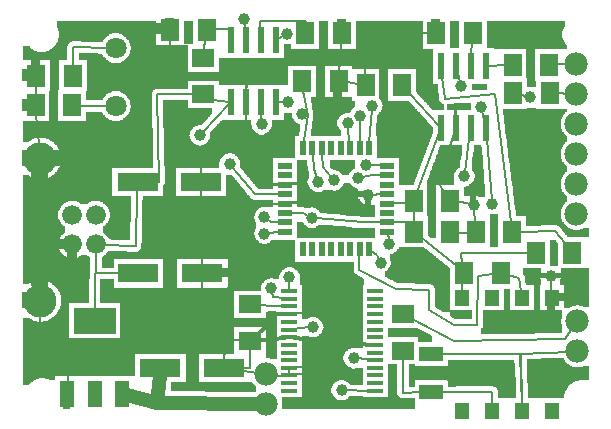
<source format=gtl>
G04 MADE WITH FRITZING*
G04 WWW.FRITZING.ORG*
G04 DOUBLE SIDED*
G04 HOLES PLATED*
G04 CONTOUR ON CENTER OF CONTOUR VECTOR*
%ASAXBY*%
%FSLAX23Y23*%
%MOIN*%
%OFA0B0*%
%SFA1.0B1.0*%
%ADD10C,0.075000*%
%ADD11C,0.066000*%
%ADD12C,0.110000*%
%ADD13C,0.070925*%
%ADD14C,0.070866*%
%ADD15C,0.078000*%
%ADD16C,0.039370*%
%ADD17R,0.078736X0.049208*%
%ADD18R,0.078736X0.049222*%
%ADD19R,0.074803X0.062992*%
%ADD20R,0.062992X0.074803*%
%ADD21R,0.050000X0.022000*%
%ADD22R,0.022000X0.050000*%
%ADD23R,0.024000X0.087000*%
%ADD24R,0.055000X0.013701*%
%ADD25R,0.137795X0.062992*%
%ADD26R,0.051181X0.055118*%
%ADD27R,0.048000X0.088000*%
%ADD28R,0.141732X0.086614*%
%ADD29C,0.008000*%
%ADD30C,0.048000*%
%ADD31C,0.012000*%
%LNCOPPER1*%
G90*
G70*
G54D10*
X1710Y972D03*
X1315Y515D03*
X1218Y1290D03*
X1786Y131D03*
G54D11*
X283Y592D03*
X283Y690D03*
X205Y690D03*
X205Y592D03*
G54D12*
X98Y404D03*
X98Y878D03*
G54D11*
X283Y592D03*
X283Y690D03*
X205Y690D03*
X205Y592D03*
G54D12*
X98Y404D03*
X98Y878D03*
G54D13*
X349Y1246D03*
G54D14*
X349Y1053D03*
G54D15*
X1888Y235D03*
X1888Y335D03*
X1885Y1193D03*
X1885Y1093D03*
X1885Y993D03*
X1885Y893D03*
X1885Y793D03*
X1885Y693D03*
G54D16*
X845Y628D03*
X845Y683D03*
X928Y482D03*
X868Y445D03*
X1542Y722D03*
X1799Y485D03*
X1142Y213D03*
X1102Y106D03*
X1024Y800D03*
X1077Y805D03*
X729Y861D03*
X630Y955D03*
X919Y1294D03*
X1731Y1082D03*
X778Y1343D03*
X1501Y1121D03*
X1122Y995D03*
X1162Y1021D03*
X1205Y1054D03*
X971Y1025D03*
X1182Y857D03*
X836Y992D03*
X1003Y680D03*
X1006Y316D03*
X1191Y757D03*
X1511Y819D03*
X1158Y813D03*
X1603Y727D03*
X1261Y594D03*
X922Y1065D03*
X1566Y1050D03*
X1232Y531D03*
G54D15*
X849Y159D03*
X849Y59D03*
G54D17*
X1401Y99D03*
G54D18*
X1401Y227D03*
G54D19*
X1306Y360D03*
X1306Y238D03*
G54D20*
X1510Y496D03*
X1632Y496D03*
G54D21*
X914Y854D03*
X914Y823D03*
X914Y791D03*
X914Y760D03*
X914Y728D03*
X914Y697D03*
X914Y665D03*
X914Y634D03*
G54D22*
X973Y575D03*
X1004Y575D03*
X1036Y575D03*
X1067Y575D03*
X1099Y575D03*
X1130Y575D03*
X1162Y575D03*
X1193Y575D03*
G54D21*
X1252Y634D03*
X1252Y665D03*
X1252Y697D03*
X1252Y728D03*
X1252Y760D03*
X1252Y791D03*
X1252Y823D03*
X1252Y854D03*
G54D22*
X1193Y913D03*
X1162Y913D03*
X1130Y913D03*
X1099Y913D03*
X1067Y913D03*
X1036Y913D03*
X1004Y913D03*
X973Y913D03*
G54D23*
X732Y1066D03*
X782Y1066D03*
X832Y1066D03*
X882Y1066D03*
X882Y1272D03*
X832Y1272D03*
X782Y1272D03*
X732Y1272D03*
X1433Y981D03*
X1483Y981D03*
X1533Y981D03*
X1583Y981D03*
X1583Y1187D03*
X1533Y1187D03*
X1483Y1187D03*
X1433Y1187D03*
G54D24*
X928Y104D03*
X928Y129D03*
X928Y155D03*
X928Y180D03*
X928Y206D03*
X928Y231D03*
X928Y257D03*
X928Y308D03*
X928Y283D03*
X928Y334D03*
X928Y359D03*
X928Y385D03*
X928Y411D03*
X928Y436D03*
X1215Y104D03*
X1215Y129D03*
X1215Y155D03*
X1215Y180D03*
X1215Y206D03*
X1215Y231D03*
X1215Y257D03*
X1215Y283D03*
X1215Y308D03*
X1215Y334D03*
X1215Y359D03*
X1215Y385D03*
X1215Y411D03*
X1215Y436D03*
G54D20*
X204Y1055D03*
X82Y1055D03*
X206Y1154D03*
X84Y1154D03*
X1418Y1297D03*
X1540Y1297D03*
X1549Y634D03*
X1671Y634D03*
X1343Y634D03*
X1465Y634D03*
X1674Y1096D03*
X1796Y1096D03*
X1672Y1191D03*
X1794Y1191D03*
X1342Y737D03*
X1464Y737D03*
X1103Y1295D03*
X981Y1295D03*
X530Y1308D03*
X652Y1308D03*
X1871Y564D03*
X1749Y564D03*
G54D19*
X641Y1214D03*
X641Y1092D03*
G54D25*
X425Y495D03*
X638Y495D03*
X498Y179D03*
X711Y179D03*
G54D20*
X970Y1136D03*
X1092Y1136D03*
G54D26*
X1502Y414D03*
X1602Y414D03*
X1702Y414D03*
X1802Y414D03*
X1505Y38D03*
X1605Y38D03*
X1705Y38D03*
X1805Y38D03*
G54D25*
X422Y800D03*
X634Y800D03*
G54D20*
X1182Y1123D03*
X1304Y1123D03*
G54D19*
X797Y270D03*
X797Y392D03*
G54D27*
X188Y94D03*
X279Y94D03*
X370Y94D03*
G54D28*
X279Y338D03*
G54D29*
X83Y1087D02*
X83Y1122D01*
D02*
X85Y1023D02*
X93Y928D01*
D02*
X100Y197D02*
X98Y353D01*
D02*
X191Y195D02*
X100Y197D01*
D02*
X189Y133D02*
X191Y195D01*
D02*
X280Y496D02*
X362Y495D01*
D02*
X279Y376D02*
X280Y496D01*
D02*
X283Y496D02*
X362Y495D01*
D02*
X283Y568D02*
X283Y496D01*
D02*
X1603Y101D02*
X1604Y60D01*
D02*
X1435Y100D02*
X1603Y101D01*
D02*
X1699Y225D02*
X1704Y60D01*
D02*
X1435Y227D02*
X1699Y225D01*
D02*
X1697Y227D02*
X1704Y60D01*
D02*
X1864Y234D02*
X1697Y227D01*
D02*
X1306Y98D02*
X1367Y99D01*
D02*
X1306Y212D02*
X1306Y98D01*
D02*
X1476Y271D02*
X1847Y278D01*
D02*
X1338Y343D02*
X1476Y271D01*
D02*
X416Y587D02*
X306Y591D01*
D02*
X421Y774D02*
X416Y587D01*
D02*
X493Y800D02*
X485Y800D01*
D02*
X488Y1092D02*
X493Y800D01*
D02*
X610Y1092D02*
X488Y1092D01*
D02*
X208Y1251D02*
X206Y1186D01*
D02*
X328Y1247D02*
X208Y1251D01*
D02*
X328Y1053D02*
X230Y1054D01*
D02*
X637Y521D02*
X635Y774D01*
D02*
X191Y195D02*
X191Y250D01*
D02*
X191Y250D02*
X712Y243D01*
D02*
X712Y243D02*
X711Y205D01*
D02*
X796Y180D02*
X774Y180D01*
D02*
X797Y244D02*
X796Y180D01*
D02*
X627Y277D02*
X765Y272D01*
D02*
X636Y469D02*
X627Y277D01*
D02*
X1822Y1095D02*
X1861Y1094D01*
D02*
X1820Y1192D02*
X1861Y1193D01*
D02*
X1646Y1190D02*
X1589Y1187D01*
D02*
X895Y632D02*
X858Y629D01*
D02*
X895Y665D02*
X867Y665D01*
D02*
X928Y437D02*
X928Y468D01*
D02*
X789Y1148D02*
X785Y1104D01*
D02*
X726Y1067D02*
X674Y1073D01*
D02*
X674Y1073D02*
X673Y1074D01*
D02*
X531Y1276D02*
X536Y1154D01*
D02*
X536Y1154D02*
X789Y1148D01*
D02*
X973Y913D02*
X972Y915D01*
D02*
X972Y915D02*
X989Y1023D01*
D02*
X906Y385D02*
X869Y386D01*
D02*
X870Y386D02*
X829Y390D01*
D02*
X914Y412D02*
X872Y416D01*
D02*
X872Y416D02*
X870Y432D01*
D02*
X732Y1272D02*
X731Y1310D01*
D02*
X731Y1310D02*
X678Y1309D01*
D02*
X644Y1240D02*
X648Y1276D01*
D02*
X1476Y324D02*
X1554Y324D01*
D02*
X1161Y508D02*
X1284Y443D01*
D02*
X1284Y443D02*
X1393Y441D01*
D02*
X1393Y441D02*
X1393Y372D01*
D02*
X1393Y372D02*
X1476Y324D01*
D02*
X1558Y488D02*
X1606Y493D01*
D02*
X1161Y555D02*
X1161Y508D01*
D02*
X1554Y324D02*
X1558Y488D01*
D02*
X1847Y278D02*
X1874Y315D01*
D02*
X1699Y436D02*
X1694Y479D01*
D02*
X1694Y479D02*
X1658Y489D01*
D02*
X1697Y634D02*
X1815Y637D01*
D02*
X1815Y637D02*
X1847Y596D01*
D02*
X1723Y564D02*
X1500Y564D01*
D02*
X1500Y564D02*
X1505Y528D01*
D02*
X1369Y613D02*
X1508Y502D01*
D02*
X1508Y502D02*
X1510Y496D01*
D02*
X1502Y436D02*
X1500Y514D01*
D02*
X1500Y514D02*
X1510Y496D01*
D02*
X983Y1338D02*
X830Y1338D01*
D02*
X830Y1338D02*
X831Y1310D01*
D02*
X982Y1327D02*
X983Y1338D01*
D02*
X1464Y737D02*
X1488Y738D01*
D02*
X1488Y738D02*
X1529Y726D01*
D02*
X1491Y631D02*
X1512Y629D01*
D02*
X1512Y629D02*
X1523Y630D01*
D02*
X1801Y436D02*
X1799Y472D01*
D02*
X1202Y207D02*
X1156Y212D01*
D02*
X1535Y1225D02*
X1538Y1265D01*
D02*
X1006Y893D02*
X1009Y842D01*
D02*
X1193Y104D02*
X1116Y106D01*
D02*
X814Y759D02*
X738Y851D01*
D02*
X626Y911D02*
X632Y826D01*
D02*
X839Y794D02*
X837Y906D01*
D02*
X837Y906D02*
X626Y911D01*
D02*
X895Y759D02*
X814Y759D01*
D02*
X789Y653D02*
X638Y665D01*
D02*
X801Y728D02*
X789Y653D01*
D02*
X638Y665D02*
X635Y774D01*
D02*
X895Y728D02*
X801Y728D01*
D02*
X895Y792D02*
X839Y794D01*
D02*
X1037Y893D02*
X1040Y849D01*
D02*
X783Y905D02*
X837Y905D01*
D02*
X839Y792D02*
X895Y791D01*
D02*
X782Y1028D02*
X783Y905D01*
D02*
X837Y905D02*
X839Y792D01*
D02*
X639Y965D02*
X726Y1059D01*
D02*
X1344Y730D02*
X1271Y729D01*
D02*
X1342Y665D02*
X1342Y667D01*
D02*
X1342Y667D02*
X1271Y665D01*
D02*
X1156Y1127D02*
X1104Y1136D01*
D02*
X1104Y1136D02*
X1092Y1136D01*
D02*
X1101Y1263D02*
X1094Y1168D01*
D02*
X784Y1194D02*
X783Y1104D01*
D02*
X1094Y1168D02*
X1097Y1201D01*
D02*
X1097Y1201D02*
X784Y1194D01*
D02*
X1342Y737D02*
X1344Y730D01*
D02*
X1177Y1296D02*
X1181Y1155D01*
D02*
X780Y1310D02*
X779Y1330D01*
D02*
X1700Y1090D02*
X1718Y1085D01*
D02*
X889Y1276D02*
X907Y1288D01*
D02*
X1392Y1297D02*
X1177Y1296D01*
D02*
X1489Y1164D02*
X1497Y1134D01*
D02*
X1233Y855D02*
X1196Y856D01*
D02*
X1195Y932D02*
X1203Y1041D01*
D02*
X1162Y932D02*
X1162Y1007D01*
D02*
X1128Y932D02*
X1123Y982D01*
D02*
X834Y1028D02*
X835Y1006D01*
D02*
X933Y696D02*
X975Y696D01*
D02*
X1016Y679D02*
X1175Y665D01*
D02*
X1354Y768D02*
X1426Y964D01*
D02*
X1330Y1094D02*
X1426Y988D01*
D02*
X941Y310D02*
X993Y315D01*
D02*
X1546Y666D02*
X1543Y708D01*
D02*
X1233Y759D02*
X1204Y758D01*
D02*
X1476Y961D02*
X1424Y799D01*
D02*
X1424Y799D02*
X1443Y768D01*
D02*
X1528Y943D02*
X1513Y833D01*
D02*
X1586Y943D02*
X1602Y740D01*
D02*
X1613Y1092D02*
X1667Y666D01*
D02*
X1438Y1149D02*
X1447Y1077D01*
D02*
X1447Y1077D02*
X1613Y1092D01*
D02*
X1576Y1008D02*
X1569Y1037D01*
D02*
X889Y1066D02*
X908Y1065D01*
D02*
X1252Y634D02*
X1256Y631D01*
D02*
X1256Y631D02*
X1259Y607D01*
G54D30*
D02*
X496Y153D02*
X487Y64D01*
D02*
X487Y64D02*
X824Y60D01*
G54D29*
D02*
X1199Y571D02*
X1221Y557D01*
D02*
X1221Y557D02*
X1227Y544D01*
D02*
X928Y179D02*
X928Y156D01*
D02*
X774Y170D02*
X824Y163D01*
D02*
X873Y155D02*
X886Y153D01*
D02*
X886Y153D02*
X906Y154D01*
G54D31*
D02*
X861Y362D02*
X861Y327D01*
D02*
X861Y327D02*
X826Y296D01*
D02*
X906Y360D02*
X861Y362D01*
D02*
X942Y281D02*
X1201Y258D01*
D02*
X914Y281D02*
X829Y273D01*
G54D29*
D02*
X1342Y705D02*
X1342Y667D01*
D02*
X1040Y849D02*
X1068Y815D01*
D02*
X1009Y842D02*
X1019Y813D01*
D02*
X975Y696D02*
X991Y687D01*
D02*
X1175Y665D02*
X1233Y665D01*
D02*
X867Y665D02*
X855Y675D01*
D02*
X1171Y816D02*
X1208Y824D01*
D02*
X1208Y824D02*
X1233Y823D01*
D02*
X989Y1023D02*
X975Y1104D01*
D02*
X984Y1024D02*
X989Y1023D01*
G54D30*
D02*
X388Y90D02*
X487Y64D01*
G36*
X576Y1338D02*
X576Y1260D01*
X606Y1260D01*
X606Y1338D01*
X576Y1338D01*
G37*
D02*
G36*
X1464Y1338D02*
X1464Y1246D01*
X1494Y1246D01*
X1494Y1338D01*
X1464Y1338D01*
G37*
D02*
G36*
X1586Y1338D02*
X1586Y1246D01*
X1610Y1246D01*
X1610Y1244D01*
X1718Y1244D01*
X1718Y1148D01*
X1720Y1148D01*
X1720Y1116D01*
X1750Y1116D01*
X1750Y1138D01*
X1748Y1138D01*
X1748Y1244D01*
X1854Y1244D01*
X1854Y1254D01*
X1852Y1254D01*
X1852Y1256D01*
X1850Y1256D01*
X1850Y1260D01*
X1848Y1260D01*
X1848Y1262D01*
X1846Y1262D01*
X1846Y1266D01*
X1844Y1266D01*
X1844Y1270D01*
X1842Y1270D01*
X1842Y1274D01*
X1840Y1274D01*
X1840Y1280D01*
X1838Y1280D01*
X1838Y1302D01*
X1840Y1302D01*
X1840Y1310D01*
X1842Y1310D01*
X1842Y1314D01*
X1844Y1314D01*
X1844Y1318D01*
X1846Y1318D01*
X1846Y1338D01*
X1586Y1338D01*
G37*
D02*
G36*
X1536Y1128D02*
X1536Y1106D01*
X1566Y1106D01*
X1566Y1108D01*
X1588Y1108D01*
X1588Y1128D01*
X1536Y1128D01*
G37*
D02*
G36*
X1500Y1064D02*
X1500Y1062D01*
X1476Y1062D01*
X1476Y1060D01*
X1454Y1060D01*
X1454Y1040D01*
X1532Y1040D01*
X1532Y1064D01*
X1500Y1064D01*
G37*
D02*
G36*
X1720Y1048D02*
X1720Y1044D01*
X1640Y1044D01*
X1640Y1024D01*
X1642Y1024D01*
X1642Y1008D01*
X1644Y1008D01*
X1644Y992D01*
X1646Y992D01*
X1646Y976D01*
X1648Y976D01*
X1648Y960D01*
X1650Y960D01*
X1650Y944D01*
X1652Y944D01*
X1652Y928D01*
X1654Y928D01*
X1654Y912D01*
X1656Y912D01*
X1656Y896D01*
X1658Y896D01*
X1658Y880D01*
X1660Y880D01*
X1660Y864D01*
X1662Y864D01*
X1662Y848D01*
X1664Y848D01*
X1664Y832D01*
X1666Y832D01*
X1666Y818D01*
X1668Y818D01*
X1668Y802D01*
X1670Y802D01*
X1670Y786D01*
X1672Y786D01*
X1672Y770D01*
X1674Y770D01*
X1674Y754D01*
X1676Y754D01*
X1676Y738D01*
X1678Y738D01*
X1678Y722D01*
X1680Y722D01*
X1680Y706D01*
X1682Y706D01*
X1682Y690D01*
X1684Y690D01*
X1684Y686D01*
X1718Y686D01*
X1718Y656D01*
X1820Y656D01*
X1820Y654D01*
X1824Y654D01*
X1824Y652D01*
X1828Y652D01*
X1828Y650D01*
X1830Y650D01*
X1830Y648D01*
X1832Y648D01*
X1832Y644D01*
X1834Y644D01*
X1834Y642D01*
X1836Y642D01*
X1836Y640D01*
X1874Y640D01*
X1874Y642D01*
X1868Y642D01*
X1868Y644D01*
X1864Y644D01*
X1864Y646D01*
X1860Y646D01*
X1860Y648D01*
X1858Y648D01*
X1858Y650D01*
X1854Y650D01*
X1854Y652D01*
X1852Y652D01*
X1852Y654D01*
X1850Y654D01*
X1850Y656D01*
X1848Y656D01*
X1848Y658D01*
X1846Y658D01*
X1846Y660D01*
X1844Y660D01*
X1844Y662D01*
X1842Y662D01*
X1842Y666D01*
X1840Y666D01*
X1840Y668D01*
X1838Y668D01*
X1838Y672D01*
X1836Y672D01*
X1836Y676D01*
X1834Y676D01*
X1834Y682D01*
X1832Y682D01*
X1832Y706D01*
X1834Y706D01*
X1834Y710D01*
X1836Y710D01*
X1836Y716D01*
X1838Y716D01*
X1838Y718D01*
X1840Y718D01*
X1840Y722D01*
X1842Y722D01*
X1842Y724D01*
X1844Y724D01*
X1844Y726D01*
X1846Y726D01*
X1846Y728D01*
X1848Y728D01*
X1848Y732D01*
X1852Y732D01*
X1852Y754D01*
X1850Y754D01*
X1850Y756D01*
X1848Y756D01*
X1848Y758D01*
X1846Y758D01*
X1846Y760D01*
X1844Y760D01*
X1844Y762D01*
X1842Y762D01*
X1842Y766D01*
X1840Y766D01*
X1840Y768D01*
X1838Y768D01*
X1838Y772D01*
X1836Y772D01*
X1836Y776D01*
X1834Y776D01*
X1834Y782D01*
X1832Y782D01*
X1832Y806D01*
X1834Y806D01*
X1834Y810D01*
X1836Y810D01*
X1836Y816D01*
X1838Y816D01*
X1838Y818D01*
X1840Y818D01*
X1840Y822D01*
X1842Y822D01*
X1842Y824D01*
X1844Y824D01*
X1844Y826D01*
X1846Y826D01*
X1846Y828D01*
X1848Y828D01*
X1848Y832D01*
X1852Y832D01*
X1852Y854D01*
X1850Y854D01*
X1850Y856D01*
X1848Y856D01*
X1848Y858D01*
X1846Y858D01*
X1846Y860D01*
X1844Y860D01*
X1844Y862D01*
X1842Y862D01*
X1842Y866D01*
X1840Y866D01*
X1840Y868D01*
X1838Y868D01*
X1838Y872D01*
X1836Y872D01*
X1836Y876D01*
X1834Y876D01*
X1834Y882D01*
X1832Y882D01*
X1832Y906D01*
X1834Y906D01*
X1834Y910D01*
X1836Y910D01*
X1836Y916D01*
X1838Y916D01*
X1838Y918D01*
X1840Y918D01*
X1840Y922D01*
X1842Y922D01*
X1842Y924D01*
X1844Y924D01*
X1844Y926D01*
X1846Y926D01*
X1846Y928D01*
X1848Y928D01*
X1848Y932D01*
X1852Y932D01*
X1852Y954D01*
X1850Y954D01*
X1850Y956D01*
X1848Y956D01*
X1848Y958D01*
X1846Y958D01*
X1846Y960D01*
X1844Y960D01*
X1844Y962D01*
X1842Y962D01*
X1842Y966D01*
X1840Y966D01*
X1840Y968D01*
X1838Y968D01*
X1838Y972D01*
X1836Y972D01*
X1836Y976D01*
X1834Y976D01*
X1834Y982D01*
X1832Y982D01*
X1832Y1006D01*
X1834Y1006D01*
X1834Y1010D01*
X1836Y1010D01*
X1836Y1016D01*
X1838Y1016D01*
X1838Y1018D01*
X1840Y1018D01*
X1840Y1022D01*
X1842Y1022D01*
X1842Y1024D01*
X1844Y1024D01*
X1844Y1026D01*
X1846Y1026D01*
X1846Y1028D01*
X1848Y1028D01*
X1848Y1032D01*
X1852Y1032D01*
X1852Y1044D01*
X1750Y1044D01*
X1750Y1048D01*
X1720Y1048D01*
G37*
D02*
G36*
X1718Y656D02*
X1718Y654D01*
X1766Y654D01*
X1766Y656D01*
X1718Y656D01*
G37*
D02*
G36*
X1906Y646D02*
X1906Y644D01*
X1902Y644D01*
X1902Y642D01*
X1896Y642D01*
X1896Y640D01*
X1928Y640D01*
X1928Y646D01*
X1906Y646D01*
G37*
D02*
G36*
X1838Y640D02*
X1838Y638D01*
X1928Y638D01*
X1928Y640D01*
X1838Y640D01*
G37*
D02*
G36*
X1838Y640D02*
X1838Y638D01*
X1928Y638D01*
X1928Y640D01*
X1838Y640D01*
G37*
D02*
G36*
X1838Y638D02*
X1838Y636D01*
X1840Y636D01*
X1840Y634D01*
X1842Y634D01*
X1842Y632D01*
X1844Y632D01*
X1844Y630D01*
X1846Y630D01*
X1846Y626D01*
X1848Y626D01*
X1848Y624D01*
X1850Y624D01*
X1850Y622D01*
X1852Y622D01*
X1852Y618D01*
X1854Y618D01*
X1854Y616D01*
X1928Y616D01*
X1928Y638D01*
X1838Y638D01*
G37*
D02*
G36*
X1430Y922D02*
X1430Y916D01*
X1428Y916D01*
X1428Y910D01*
X1426Y910D01*
X1426Y906D01*
X1424Y906D01*
X1424Y900D01*
X1422Y900D01*
X1422Y894D01*
X1420Y894D01*
X1420Y890D01*
X1418Y890D01*
X1418Y884D01*
X1416Y884D01*
X1416Y878D01*
X1414Y878D01*
X1414Y874D01*
X1412Y874D01*
X1412Y868D01*
X1410Y868D01*
X1410Y862D01*
X1408Y862D01*
X1408Y856D01*
X1406Y856D01*
X1406Y852D01*
X1404Y852D01*
X1404Y846D01*
X1402Y846D01*
X1402Y840D01*
X1400Y840D01*
X1400Y836D01*
X1398Y836D01*
X1398Y830D01*
X1396Y830D01*
X1396Y824D01*
X1394Y824D01*
X1394Y820D01*
X1392Y820D01*
X1392Y814D01*
X1390Y814D01*
X1390Y808D01*
X1388Y808D01*
X1388Y686D01*
X1390Y686D01*
X1390Y620D01*
X1392Y620D01*
X1392Y618D01*
X1394Y618D01*
X1394Y616D01*
X1396Y616D01*
X1396Y614D01*
X1418Y614D01*
X1418Y790D01*
X1478Y790D01*
X1478Y814D01*
X1476Y814D01*
X1476Y824D01*
X1478Y824D01*
X1478Y830D01*
X1480Y830D01*
X1480Y834D01*
X1482Y834D01*
X1482Y838D01*
X1484Y838D01*
X1484Y840D01*
X1486Y840D01*
X1486Y842D01*
X1488Y842D01*
X1488Y844D01*
X1490Y844D01*
X1490Y846D01*
X1492Y846D01*
X1492Y848D01*
X1496Y848D01*
X1496Y856D01*
X1498Y856D01*
X1498Y872D01*
X1500Y872D01*
X1500Y886D01*
X1502Y886D01*
X1502Y902D01*
X1504Y902D01*
X1504Y922D01*
X1430Y922D01*
G37*
D02*
G36*
X1544Y922D02*
X1544Y914D01*
X1542Y914D01*
X1542Y900D01*
X1540Y900D01*
X1540Y884D01*
X1538Y884D01*
X1538Y870D01*
X1536Y870D01*
X1536Y840D01*
X1538Y840D01*
X1538Y838D01*
X1540Y838D01*
X1540Y834D01*
X1542Y834D01*
X1542Y832D01*
X1544Y832D01*
X1544Y826D01*
X1546Y826D01*
X1546Y814D01*
X1544Y814D01*
X1544Y808D01*
X1542Y808D01*
X1542Y804D01*
X1540Y804D01*
X1540Y800D01*
X1538Y800D01*
X1538Y798D01*
X1536Y798D01*
X1536Y796D01*
X1534Y796D01*
X1534Y794D01*
X1532Y794D01*
X1532Y792D01*
X1528Y792D01*
X1528Y790D01*
X1526Y790D01*
X1526Y788D01*
X1522Y788D01*
X1522Y786D01*
X1516Y786D01*
X1516Y784D01*
X1510Y784D01*
X1510Y756D01*
X1550Y756D01*
X1550Y754D01*
X1556Y754D01*
X1556Y752D01*
X1558Y752D01*
X1558Y750D01*
X1580Y750D01*
X1580Y792D01*
X1578Y792D01*
X1578Y816D01*
X1576Y816D01*
X1576Y842D01*
X1574Y842D01*
X1574Y866D01*
X1572Y866D01*
X1572Y890D01*
X1570Y890D01*
X1570Y916D01*
X1568Y916D01*
X1568Y922D01*
X1544Y922D01*
G37*
D02*
G36*
X1510Y756D02*
X1510Y752D01*
X1530Y752D01*
X1530Y754D01*
X1534Y754D01*
X1534Y756D01*
X1510Y756D01*
G37*
D02*
G36*
X954Y872D02*
X954Y766D01*
X1016Y766D01*
X1016Y768D01*
X1012Y768D01*
X1012Y770D01*
X1008Y770D01*
X1008Y772D01*
X1004Y772D01*
X1004Y774D01*
X1002Y774D01*
X1002Y776D01*
X1000Y776D01*
X1000Y778D01*
X998Y778D01*
X998Y780D01*
X996Y780D01*
X996Y784D01*
X994Y784D01*
X994Y786D01*
X992Y786D01*
X992Y790D01*
X990Y790D01*
X990Y798D01*
X988Y798D01*
X988Y802D01*
X990Y802D01*
X990Y810D01*
X992Y810D01*
X992Y836D01*
X990Y836D01*
X990Y852D01*
X988Y852D01*
X988Y872D01*
X954Y872D01*
G37*
D02*
G36*
X1110Y796D02*
X1110Y794D01*
X1108Y794D01*
X1108Y790D01*
X1106Y790D01*
X1106Y786D01*
X1104Y786D01*
X1104Y784D01*
X1102Y784D01*
X1102Y782D01*
X1100Y782D01*
X1100Y780D01*
X1098Y780D01*
X1098Y778D01*
X1096Y778D01*
X1096Y776D01*
X1092Y776D01*
X1092Y774D01*
X1088Y774D01*
X1088Y772D01*
X1082Y772D01*
X1082Y770D01*
X1156Y770D01*
X1156Y778D01*
X1152Y778D01*
X1152Y780D01*
X1146Y780D01*
X1146Y782D01*
X1142Y782D01*
X1142Y784D01*
X1140Y784D01*
X1140Y786D01*
X1138Y786D01*
X1138Y788D01*
X1136Y788D01*
X1136Y790D01*
X1134Y790D01*
X1134Y792D01*
X1132Y792D01*
X1132Y794D01*
X1130Y794D01*
X1130Y796D01*
X1110Y796D01*
G37*
D02*
G36*
X1042Y774D02*
X1042Y772D01*
X1040Y772D01*
X1040Y770D01*
X1072Y770D01*
X1072Y772D01*
X1066Y772D01*
X1066Y774D01*
X1042Y774D01*
G37*
D02*
G36*
X1036Y770D02*
X1036Y768D01*
X1156Y768D01*
X1156Y770D01*
X1036Y770D01*
G37*
D02*
G36*
X1036Y770D02*
X1036Y768D01*
X1156Y768D01*
X1156Y770D01*
X1036Y770D01*
G37*
D02*
G36*
X1030Y768D02*
X1030Y766D01*
X1156Y766D01*
X1156Y768D01*
X1030Y768D01*
G37*
D02*
G36*
X954Y766D02*
X954Y764D01*
X1156Y764D01*
X1156Y766D01*
X954Y766D01*
G37*
D02*
G36*
X954Y766D02*
X954Y764D01*
X1156Y764D01*
X1156Y766D01*
X954Y766D01*
G37*
D02*
G36*
X954Y764D02*
X954Y716D01*
X1006Y716D01*
X1006Y714D01*
X1012Y714D01*
X1012Y712D01*
X1018Y712D01*
X1018Y710D01*
X1020Y710D01*
X1020Y708D01*
X1022Y708D01*
X1022Y706D01*
X1026Y706D01*
X1026Y704D01*
X1028Y704D01*
X1028Y700D01*
X1030Y700D01*
X1030Y698D01*
X1032Y698D01*
X1032Y696D01*
X1052Y696D01*
X1052Y694D01*
X1074Y694D01*
X1074Y692D01*
X1096Y692D01*
X1096Y690D01*
X1118Y690D01*
X1118Y688D01*
X1140Y688D01*
X1140Y686D01*
X1162Y686D01*
X1162Y684D01*
X1212Y684D01*
X1212Y722D01*
X1186Y722D01*
X1186Y724D01*
X1180Y724D01*
X1180Y726D01*
X1176Y726D01*
X1176Y728D01*
X1172Y728D01*
X1172Y730D01*
X1170Y730D01*
X1170Y732D01*
X1168Y732D01*
X1168Y734D01*
X1166Y734D01*
X1166Y736D01*
X1164Y736D01*
X1164Y738D01*
X1162Y738D01*
X1162Y742D01*
X1160Y742D01*
X1160Y744D01*
X1158Y744D01*
X1158Y750D01*
X1156Y750D01*
X1156Y764D01*
X954Y764D01*
G37*
D02*
G36*
X978Y716D02*
X978Y714D01*
X1000Y714D01*
X1000Y716D01*
X978Y716D01*
G37*
D02*
G36*
X1062Y872D02*
X1062Y852D01*
X1064Y852D01*
X1064Y848D01*
X1066Y848D01*
X1066Y846D01*
X1068Y846D01*
X1068Y844D01*
X1070Y844D01*
X1070Y842D01*
X1072Y842D01*
X1072Y840D01*
X1084Y840D01*
X1084Y838D01*
X1088Y838D01*
X1088Y836D01*
X1092Y836D01*
X1092Y834D01*
X1096Y834D01*
X1096Y832D01*
X1098Y832D01*
X1098Y830D01*
X1100Y830D01*
X1100Y828D01*
X1102Y828D01*
X1102Y826D01*
X1104Y826D01*
X1104Y824D01*
X1106Y824D01*
X1106Y822D01*
X1126Y822D01*
X1126Y826D01*
X1128Y826D01*
X1128Y830D01*
X1130Y830D01*
X1130Y832D01*
X1132Y832D01*
X1132Y834D01*
X1134Y834D01*
X1134Y836D01*
X1136Y836D01*
X1136Y838D01*
X1138Y838D01*
X1138Y840D01*
X1140Y840D01*
X1140Y842D01*
X1144Y842D01*
X1144Y844D01*
X1148Y844D01*
X1148Y872D01*
X1062Y872D01*
G37*
D02*
G36*
X1596Y692D02*
X1596Y584D01*
X1624Y584D01*
X1624Y692D01*
X1596Y692D01*
G37*
D02*
G36*
X954Y666D02*
X954Y646D01*
X996Y646D01*
X996Y648D01*
X990Y648D01*
X990Y650D01*
X986Y650D01*
X986Y652D01*
X984Y652D01*
X984Y654D01*
X982Y654D01*
X982Y656D01*
X980Y656D01*
X980Y658D01*
X978Y658D01*
X978Y660D01*
X976Y660D01*
X976Y662D01*
X974Y662D01*
X974Y666D01*
X954Y666D01*
G37*
D02*
G36*
X1026Y658D02*
X1026Y656D01*
X1024Y656D01*
X1024Y654D01*
X1022Y654D01*
X1022Y652D01*
X1018Y652D01*
X1018Y650D01*
X1016Y650D01*
X1016Y648D01*
X1010Y648D01*
X1010Y646D01*
X1160Y646D01*
X1160Y648D01*
X1138Y648D01*
X1138Y650D01*
X1116Y650D01*
X1116Y652D01*
X1094Y652D01*
X1094Y654D01*
X1072Y654D01*
X1072Y656D01*
X1050Y656D01*
X1050Y658D01*
X1026Y658D01*
G37*
D02*
G36*
X954Y646D02*
X954Y644D01*
X1212Y644D01*
X1212Y646D01*
X954Y646D01*
G37*
D02*
G36*
X954Y646D02*
X954Y644D01*
X1212Y644D01*
X1212Y646D01*
X954Y646D01*
G37*
D02*
G36*
X954Y644D02*
X954Y614D01*
X1212Y614D01*
X1212Y644D01*
X954Y644D01*
G37*
D02*
G36*
X1796Y606D02*
X1796Y520D01*
X1824Y520D01*
X1824Y596D01*
X1822Y596D01*
X1822Y598D01*
X1820Y598D01*
X1820Y600D01*
X1818Y600D01*
X1818Y604D01*
X1816Y604D01*
X1816Y606D01*
X1796Y606D01*
G37*
D02*
G36*
X1292Y582D02*
X1292Y578D01*
X1290Y578D01*
X1290Y576D01*
X1288Y576D01*
X1288Y572D01*
X1286Y572D01*
X1286Y570D01*
X1284Y570D01*
X1284Y568D01*
X1282Y568D01*
X1282Y566D01*
X1278Y566D01*
X1278Y564D01*
X1276Y564D01*
X1276Y562D01*
X1272Y562D01*
X1272Y560D01*
X1264Y560D01*
X1264Y538D01*
X1266Y538D01*
X1266Y524D01*
X1264Y524D01*
X1264Y518D01*
X1262Y518D01*
X1262Y516D01*
X1260Y516D01*
X1260Y512D01*
X1258Y512D01*
X1258Y510D01*
X1256Y510D01*
X1256Y508D01*
X1254Y508D01*
X1254Y506D01*
X1252Y506D01*
X1252Y504D01*
X1250Y504D01*
X1250Y502D01*
X1248Y502D01*
X1248Y482D01*
X1252Y482D01*
X1252Y480D01*
X1256Y480D01*
X1256Y478D01*
X1260Y478D01*
X1260Y476D01*
X1264Y476D01*
X1264Y474D01*
X1268Y474D01*
X1268Y472D01*
X1272Y472D01*
X1272Y470D01*
X1276Y470D01*
X1276Y468D01*
X1280Y468D01*
X1280Y466D01*
X1284Y466D01*
X1284Y464D01*
X1286Y464D01*
X1286Y462D01*
X1346Y462D01*
X1346Y460D01*
X1400Y460D01*
X1400Y458D01*
X1404Y458D01*
X1404Y456D01*
X1406Y456D01*
X1406Y454D01*
X1408Y454D01*
X1408Y452D01*
X1410Y452D01*
X1410Y446D01*
X1412Y446D01*
X1412Y382D01*
X1416Y382D01*
X1416Y380D01*
X1420Y380D01*
X1420Y378D01*
X1422Y378D01*
X1422Y376D01*
X1426Y376D01*
X1426Y374D01*
X1430Y374D01*
X1430Y372D01*
X1434Y372D01*
X1434Y370D01*
X1436Y370D01*
X1436Y368D01*
X1440Y368D01*
X1440Y366D01*
X1462Y366D01*
X1462Y456D01*
X1464Y456D01*
X1464Y514D01*
X1460Y514D01*
X1460Y516D01*
X1458Y516D01*
X1458Y518D01*
X1456Y518D01*
X1456Y520D01*
X1454Y520D01*
X1454Y522D01*
X1450Y522D01*
X1450Y524D01*
X1448Y524D01*
X1448Y526D01*
X1446Y526D01*
X1446Y528D01*
X1444Y528D01*
X1444Y530D01*
X1440Y530D01*
X1440Y532D01*
X1438Y532D01*
X1438Y534D01*
X1436Y534D01*
X1436Y536D01*
X1434Y536D01*
X1434Y538D01*
X1430Y538D01*
X1430Y540D01*
X1428Y540D01*
X1428Y542D01*
X1426Y542D01*
X1426Y544D01*
X1424Y544D01*
X1424Y546D01*
X1420Y546D01*
X1420Y548D01*
X1418Y548D01*
X1418Y550D01*
X1416Y550D01*
X1416Y552D01*
X1414Y552D01*
X1414Y554D01*
X1410Y554D01*
X1410Y556D01*
X1408Y556D01*
X1408Y558D01*
X1406Y558D01*
X1406Y560D01*
X1404Y560D01*
X1404Y562D01*
X1400Y562D01*
X1400Y564D01*
X1398Y564D01*
X1398Y566D01*
X1396Y566D01*
X1396Y568D01*
X1394Y568D01*
X1394Y570D01*
X1390Y570D01*
X1390Y572D01*
X1388Y572D01*
X1388Y574D01*
X1386Y574D01*
X1386Y576D01*
X1384Y576D01*
X1384Y578D01*
X1380Y578D01*
X1380Y580D01*
X1378Y580D01*
X1378Y582D01*
X1292Y582D01*
G37*
D02*
G36*
X1832Y512D02*
X1832Y490D01*
X1834Y490D01*
X1834Y482D01*
X1832Y482D01*
X1832Y476D01*
X1830Y476D01*
X1830Y456D01*
X1842Y456D01*
X1842Y390D01*
X1892Y390D01*
X1892Y388D01*
X1902Y388D01*
X1902Y386D01*
X1906Y386D01*
X1906Y384D01*
X1928Y384D01*
X1928Y512D01*
X1832Y512D01*
G37*
D02*
G36*
X1842Y390D02*
X1842Y380D01*
X1862Y380D01*
X1862Y382D01*
X1866Y382D01*
X1866Y384D01*
X1870Y384D01*
X1870Y386D01*
X1874Y386D01*
X1874Y388D01*
X1884Y388D01*
X1884Y390D01*
X1842Y390D01*
G37*
D02*
G36*
X1706Y512D02*
X1706Y492D01*
X1708Y492D01*
X1708Y490D01*
X1710Y490D01*
X1710Y488D01*
X1712Y488D01*
X1712Y478D01*
X1714Y478D01*
X1714Y462D01*
X1716Y462D01*
X1716Y456D01*
X1742Y456D01*
X1742Y372D01*
X1762Y372D01*
X1762Y456D01*
X1766Y456D01*
X1766Y478D01*
X1764Y478D01*
X1764Y492D01*
X1766Y492D01*
X1766Y512D01*
X1706Y512D01*
G37*
D02*
G36*
X1642Y444D02*
X1642Y372D01*
X1662Y372D01*
X1662Y444D01*
X1642Y444D01*
G37*
D02*
G36*
X1574Y372D02*
X1574Y370D01*
X1838Y370D01*
X1838Y372D01*
X1574Y372D01*
G37*
D02*
G36*
X1574Y372D02*
X1574Y370D01*
X1838Y370D01*
X1838Y372D01*
X1574Y372D01*
G37*
D02*
G36*
X1574Y370D02*
X1574Y320D01*
X1572Y320D01*
X1572Y314D01*
X1570Y314D01*
X1570Y312D01*
X1568Y312D01*
X1568Y292D01*
X1626Y292D01*
X1626Y294D01*
X1748Y294D01*
X1748Y296D01*
X1838Y296D01*
X1838Y320D01*
X1836Y320D01*
X1836Y326D01*
X1834Y326D01*
X1834Y344D01*
X1836Y344D01*
X1836Y350D01*
X1838Y350D01*
X1838Y370D01*
X1574Y370D01*
G37*
D02*
G36*
X1464Y372D02*
X1464Y352D01*
X1468Y352D01*
X1468Y350D01*
X1470Y350D01*
X1470Y348D01*
X1474Y348D01*
X1474Y346D01*
X1478Y346D01*
X1478Y344D01*
X1536Y344D01*
X1536Y372D01*
X1464Y372D01*
G37*
D02*
G36*
X152Y1338D02*
X152Y1318D01*
X154Y1318D01*
X154Y1314D01*
X156Y1314D01*
X156Y1310D01*
X158Y1310D01*
X158Y1304D01*
X160Y1304D01*
X160Y1296D01*
X360Y1296D01*
X360Y1294D01*
X364Y1294D01*
X364Y1292D01*
X370Y1292D01*
X370Y1290D01*
X372Y1290D01*
X372Y1288D01*
X376Y1288D01*
X376Y1286D01*
X378Y1286D01*
X378Y1284D01*
X380Y1284D01*
X380Y1282D01*
X382Y1282D01*
X382Y1280D01*
X384Y1280D01*
X384Y1278D01*
X386Y1278D01*
X386Y1276D01*
X388Y1276D01*
X388Y1274D01*
X390Y1274D01*
X390Y1272D01*
X392Y1272D01*
X392Y1268D01*
X394Y1268D01*
X394Y1264D01*
X396Y1264D01*
X396Y1260D01*
X398Y1260D01*
X398Y1252D01*
X400Y1252D01*
X400Y1240D01*
X398Y1240D01*
X398Y1232D01*
X396Y1232D01*
X396Y1228D01*
X394Y1228D01*
X394Y1224D01*
X392Y1224D01*
X392Y1220D01*
X390Y1220D01*
X390Y1218D01*
X388Y1218D01*
X388Y1216D01*
X386Y1216D01*
X386Y1214D01*
X384Y1214D01*
X384Y1212D01*
X382Y1212D01*
X382Y1210D01*
X380Y1210D01*
X380Y1208D01*
X378Y1208D01*
X378Y1206D01*
X376Y1206D01*
X376Y1204D01*
X372Y1204D01*
X372Y1202D01*
X370Y1202D01*
X370Y1200D01*
X366Y1200D01*
X366Y1198D01*
X360Y1198D01*
X360Y1196D01*
X590Y1196D01*
X590Y1256D01*
X484Y1256D01*
X484Y1338D01*
X152Y1338D01*
G37*
D02*
G36*
X1028Y1338D02*
X1028Y1244D01*
X1026Y1244D01*
X1026Y1242D01*
X1056Y1242D01*
X1056Y1338D01*
X1028Y1338D01*
G37*
D02*
G36*
X1150Y1338D02*
X1150Y1244D01*
X1148Y1244D01*
X1148Y1242D01*
X1406Y1242D01*
X1406Y1244D01*
X1372Y1244D01*
X1372Y1338D01*
X1150Y1338D01*
G37*
D02*
G36*
X160Y1296D02*
X160Y1280D01*
X158Y1280D01*
X158Y1274D01*
X156Y1274D01*
X156Y1270D01*
X234Y1270D01*
X234Y1268D01*
X306Y1268D01*
X306Y1272D01*
X308Y1272D01*
X308Y1274D01*
X310Y1274D01*
X310Y1276D01*
X312Y1276D01*
X312Y1278D01*
X314Y1278D01*
X314Y1280D01*
X316Y1280D01*
X316Y1282D01*
X318Y1282D01*
X318Y1284D01*
X320Y1284D01*
X320Y1286D01*
X322Y1286D01*
X322Y1288D01*
X326Y1288D01*
X326Y1290D01*
X328Y1290D01*
X328Y1292D01*
X334Y1292D01*
X334Y1294D01*
X338Y1294D01*
X338Y1296D01*
X160Y1296D01*
G37*
D02*
G36*
X156Y1270D02*
X156Y1268D01*
X154Y1268D01*
X154Y1264D01*
X152Y1264D01*
X152Y1262D01*
X150Y1262D01*
X150Y1258D01*
X148Y1258D01*
X148Y1256D01*
X146Y1256D01*
X146Y1254D01*
X144Y1254D01*
X144Y1252D01*
X142Y1252D01*
X142Y1250D01*
X140Y1250D01*
X140Y1248D01*
X138Y1248D01*
X138Y1246D01*
X136Y1246D01*
X136Y1244D01*
X132Y1244D01*
X132Y1242D01*
X130Y1242D01*
X130Y1240D01*
X126Y1240D01*
X126Y1238D01*
X122Y1238D01*
X122Y1236D01*
X116Y1236D01*
X116Y1234D01*
X188Y1234D01*
X188Y1254D01*
X190Y1254D01*
X190Y1260D01*
X192Y1260D01*
X192Y1262D01*
X194Y1262D01*
X194Y1264D01*
X196Y1264D01*
X196Y1266D01*
X198Y1266D01*
X198Y1268D01*
X202Y1268D01*
X202Y1270D01*
X156Y1270D01*
G37*
D02*
G36*
X910Y1260D02*
X910Y1242D01*
X934Y1242D01*
X934Y1260D01*
X910Y1260D01*
G37*
D02*
G36*
X40Y1254D02*
X40Y1234D01*
X88Y1234D01*
X88Y1236D01*
X82Y1236D01*
X82Y1238D01*
X78Y1238D01*
X78Y1240D01*
X74Y1240D01*
X74Y1242D01*
X72Y1242D01*
X72Y1244D01*
X68Y1244D01*
X68Y1246D01*
X66Y1246D01*
X66Y1248D01*
X64Y1248D01*
X64Y1250D01*
X62Y1250D01*
X62Y1252D01*
X60Y1252D01*
X60Y1254D01*
X40Y1254D01*
G37*
D02*
G36*
X910Y1242D02*
X910Y1240D01*
X1406Y1240D01*
X1406Y1242D01*
X910Y1242D01*
G37*
D02*
G36*
X910Y1242D02*
X910Y1240D01*
X1406Y1240D01*
X1406Y1242D01*
X910Y1242D01*
G37*
D02*
G36*
X910Y1242D02*
X910Y1240D01*
X1406Y1240D01*
X1406Y1242D01*
X910Y1242D01*
G37*
D02*
G36*
X910Y1240D02*
X910Y1214D01*
X694Y1214D01*
X694Y1188D01*
X1138Y1188D01*
X1138Y1176D01*
X1350Y1176D01*
X1350Y1100D01*
X1352Y1100D01*
X1352Y1096D01*
X1354Y1096D01*
X1354Y1094D01*
X1356Y1094D01*
X1356Y1092D01*
X1358Y1092D01*
X1358Y1090D01*
X1360Y1090D01*
X1360Y1088D01*
X1362Y1088D01*
X1362Y1086D01*
X1364Y1086D01*
X1364Y1084D01*
X1366Y1084D01*
X1366Y1082D01*
X1368Y1082D01*
X1368Y1080D01*
X1370Y1080D01*
X1370Y1078D01*
X1372Y1078D01*
X1372Y1074D01*
X1374Y1074D01*
X1374Y1072D01*
X1376Y1072D01*
X1376Y1070D01*
X1378Y1070D01*
X1378Y1068D01*
X1380Y1068D01*
X1380Y1066D01*
X1382Y1066D01*
X1382Y1064D01*
X1384Y1064D01*
X1384Y1062D01*
X1386Y1062D01*
X1386Y1060D01*
X1388Y1060D01*
X1388Y1058D01*
X1390Y1058D01*
X1390Y1056D01*
X1392Y1056D01*
X1392Y1054D01*
X1394Y1054D01*
X1394Y1050D01*
X1396Y1050D01*
X1396Y1048D01*
X1398Y1048D01*
X1398Y1046D01*
X1400Y1046D01*
X1400Y1044D01*
X1402Y1044D01*
X1402Y1042D01*
X1404Y1042D01*
X1404Y1040D01*
X1442Y1040D01*
X1442Y1060D01*
X1438Y1060D01*
X1438Y1062D01*
X1434Y1062D01*
X1434Y1064D01*
X1432Y1064D01*
X1432Y1066D01*
X1430Y1066D01*
X1430Y1070D01*
X1428Y1070D01*
X1428Y1082D01*
X1426Y1082D01*
X1426Y1096D01*
X1424Y1096D01*
X1424Y1112D01*
X1422Y1112D01*
X1422Y1128D01*
X1406Y1128D01*
X1406Y1240D01*
X910Y1240D01*
G37*
D02*
G36*
X40Y1234D02*
X40Y1232D01*
X188Y1232D01*
X188Y1234D01*
X40Y1234D01*
G37*
D02*
G36*
X40Y1234D02*
X40Y1232D01*
X188Y1232D01*
X188Y1234D01*
X40Y1234D01*
G37*
D02*
G36*
X40Y1232D02*
X40Y1206D01*
X130Y1206D01*
X130Y1102D01*
X128Y1102D01*
X128Y1002D01*
X158Y1002D01*
X158Y1108D01*
X160Y1108D01*
X160Y1206D01*
X188Y1206D01*
X188Y1232D01*
X40Y1232D01*
G37*
D02*
G36*
X226Y1230D02*
X226Y1206D01*
X252Y1206D01*
X252Y1196D01*
X338Y1196D01*
X338Y1198D01*
X332Y1198D01*
X332Y1200D01*
X328Y1200D01*
X328Y1202D01*
X326Y1202D01*
X326Y1204D01*
X322Y1204D01*
X322Y1206D01*
X320Y1206D01*
X320Y1208D01*
X318Y1208D01*
X318Y1210D01*
X316Y1210D01*
X316Y1212D01*
X314Y1212D01*
X314Y1214D01*
X312Y1214D01*
X312Y1216D01*
X310Y1216D01*
X310Y1218D01*
X308Y1218D01*
X308Y1220D01*
X306Y1220D01*
X306Y1224D01*
X304Y1224D01*
X304Y1228D01*
X290Y1228D01*
X290Y1230D01*
X226Y1230D01*
G37*
D02*
G36*
X252Y1196D02*
X252Y1194D01*
X590Y1194D01*
X590Y1196D01*
X252Y1196D01*
G37*
D02*
G36*
X252Y1196D02*
X252Y1194D01*
X590Y1194D01*
X590Y1196D01*
X252Y1196D01*
G37*
D02*
G36*
X252Y1194D02*
X252Y1168D01*
X590Y1168D01*
X590Y1194D01*
X252Y1194D01*
G37*
D02*
G36*
X694Y1188D02*
X694Y1168D01*
X924Y1168D01*
X924Y1188D01*
X694Y1188D01*
G37*
D02*
G36*
X1016Y1188D02*
X1016Y1084D01*
X1000Y1084D01*
X1000Y1064D01*
X1002Y1064D01*
X1002Y1052D01*
X1004Y1052D01*
X1004Y1040D01*
X1006Y1040D01*
X1006Y1028D01*
X1008Y1028D01*
X1008Y1018D01*
X1006Y1018D01*
X1006Y1004D01*
X1004Y1004D01*
X1004Y992D01*
X1002Y992D01*
X1002Y978D01*
X1000Y978D01*
X1000Y952D01*
X1100Y952D01*
X1100Y972D01*
X1098Y972D01*
X1098Y974D01*
X1096Y974D01*
X1096Y976D01*
X1094Y976D01*
X1094Y978D01*
X1092Y978D01*
X1092Y982D01*
X1090Y982D01*
X1090Y986D01*
X1088Y986D01*
X1088Y1006D01*
X1090Y1006D01*
X1090Y1010D01*
X1092Y1010D01*
X1092Y1012D01*
X1094Y1012D01*
X1094Y1016D01*
X1096Y1016D01*
X1096Y1018D01*
X1098Y1018D01*
X1098Y1020D01*
X1100Y1020D01*
X1100Y1022D01*
X1104Y1022D01*
X1104Y1024D01*
X1106Y1024D01*
X1106Y1026D01*
X1110Y1026D01*
X1110Y1028D01*
X1114Y1028D01*
X1114Y1030D01*
X1130Y1030D01*
X1130Y1034D01*
X1132Y1034D01*
X1132Y1038D01*
X1134Y1038D01*
X1134Y1040D01*
X1136Y1040D01*
X1136Y1042D01*
X1138Y1042D01*
X1138Y1044D01*
X1140Y1044D01*
X1140Y1046D01*
X1142Y1046D01*
X1142Y1048D01*
X1144Y1048D01*
X1144Y1050D01*
X1148Y1050D01*
X1148Y1070D01*
X1136Y1070D01*
X1136Y1084D01*
X1046Y1084D01*
X1046Y1188D01*
X1016Y1188D01*
G37*
D02*
G36*
X1228Y1176D02*
X1228Y1076D01*
X1230Y1076D01*
X1230Y1074D01*
X1232Y1074D01*
X1232Y1072D01*
X1234Y1072D01*
X1234Y1068D01*
X1236Y1068D01*
X1236Y1064D01*
X1238Y1064D01*
X1238Y1056D01*
X1240Y1056D01*
X1240Y1052D01*
X1238Y1052D01*
X1238Y1044D01*
X1236Y1044D01*
X1236Y1040D01*
X1234Y1040D01*
X1234Y1036D01*
X1232Y1036D01*
X1232Y1034D01*
X1230Y1034D01*
X1230Y1032D01*
X1228Y1032D01*
X1228Y1030D01*
X1226Y1030D01*
X1226Y1028D01*
X1224Y1028D01*
X1224Y1026D01*
X1222Y1026D01*
X1222Y1022D01*
X1220Y1022D01*
X1220Y996D01*
X1218Y996D01*
X1218Y972D01*
X1216Y972D01*
X1216Y952D01*
X1220Y952D01*
X1220Y880D01*
X1292Y880D01*
X1292Y790D01*
X1342Y790D01*
X1342Y794D01*
X1344Y794D01*
X1344Y800D01*
X1346Y800D01*
X1346Y804D01*
X1348Y804D01*
X1348Y810D01*
X1350Y810D01*
X1350Y816D01*
X1352Y816D01*
X1352Y820D01*
X1354Y820D01*
X1354Y826D01*
X1356Y826D01*
X1356Y832D01*
X1358Y832D01*
X1358Y836D01*
X1360Y836D01*
X1360Y842D01*
X1362Y842D01*
X1362Y848D01*
X1364Y848D01*
X1364Y854D01*
X1366Y854D01*
X1366Y858D01*
X1368Y858D01*
X1368Y864D01*
X1370Y864D01*
X1370Y870D01*
X1372Y870D01*
X1372Y874D01*
X1374Y874D01*
X1374Y880D01*
X1376Y880D01*
X1376Y886D01*
X1378Y886D01*
X1378Y890D01*
X1380Y890D01*
X1380Y896D01*
X1382Y896D01*
X1382Y902D01*
X1384Y902D01*
X1384Y906D01*
X1386Y906D01*
X1386Y912D01*
X1388Y912D01*
X1388Y918D01*
X1390Y918D01*
X1390Y924D01*
X1392Y924D01*
X1392Y928D01*
X1394Y928D01*
X1394Y934D01*
X1396Y934D01*
X1396Y940D01*
X1398Y940D01*
X1398Y944D01*
X1400Y944D01*
X1400Y950D01*
X1402Y950D01*
X1402Y956D01*
X1404Y956D01*
X1404Y960D01*
X1406Y960D01*
X1406Y984D01*
X1404Y984D01*
X1404Y986D01*
X1402Y986D01*
X1402Y988D01*
X1400Y988D01*
X1400Y990D01*
X1398Y990D01*
X1398Y992D01*
X1396Y992D01*
X1396Y994D01*
X1394Y994D01*
X1394Y996D01*
X1392Y996D01*
X1392Y998D01*
X1390Y998D01*
X1390Y1000D01*
X1388Y1000D01*
X1388Y1004D01*
X1386Y1004D01*
X1386Y1006D01*
X1384Y1006D01*
X1384Y1008D01*
X1382Y1008D01*
X1382Y1010D01*
X1380Y1010D01*
X1380Y1012D01*
X1378Y1012D01*
X1378Y1014D01*
X1376Y1014D01*
X1376Y1016D01*
X1374Y1016D01*
X1374Y1018D01*
X1372Y1018D01*
X1372Y1020D01*
X1370Y1020D01*
X1370Y1022D01*
X1368Y1022D01*
X1368Y1026D01*
X1366Y1026D01*
X1366Y1028D01*
X1364Y1028D01*
X1364Y1030D01*
X1362Y1030D01*
X1362Y1032D01*
X1360Y1032D01*
X1360Y1034D01*
X1358Y1034D01*
X1358Y1036D01*
X1356Y1036D01*
X1356Y1038D01*
X1354Y1038D01*
X1354Y1040D01*
X1352Y1040D01*
X1352Y1042D01*
X1350Y1042D01*
X1350Y1044D01*
X1348Y1044D01*
X1348Y1048D01*
X1346Y1048D01*
X1346Y1050D01*
X1344Y1050D01*
X1344Y1052D01*
X1342Y1052D01*
X1342Y1054D01*
X1340Y1054D01*
X1340Y1056D01*
X1338Y1056D01*
X1338Y1058D01*
X1336Y1058D01*
X1336Y1060D01*
X1334Y1060D01*
X1334Y1062D01*
X1332Y1062D01*
X1332Y1064D01*
X1330Y1064D01*
X1330Y1066D01*
X1328Y1066D01*
X1328Y1070D01*
X1258Y1070D01*
X1258Y1176D01*
X1228Y1176D01*
G37*
D02*
G36*
X252Y1168D02*
X252Y1166D01*
X924Y1166D01*
X924Y1168D01*
X252Y1168D01*
G37*
D02*
G36*
X252Y1168D02*
X252Y1166D01*
X924Y1166D01*
X924Y1168D01*
X252Y1168D01*
G37*
D02*
G36*
X252Y1166D02*
X252Y1138D01*
X694Y1138D01*
X694Y1124D01*
X924Y1124D01*
X924Y1166D01*
X252Y1166D01*
G37*
D02*
G36*
X252Y1138D02*
X252Y1104D01*
X354Y1104D01*
X354Y1102D01*
X362Y1102D01*
X362Y1100D01*
X366Y1100D01*
X366Y1098D01*
X370Y1098D01*
X370Y1096D01*
X374Y1096D01*
X374Y1094D01*
X376Y1094D01*
X376Y1092D01*
X380Y1092D01*
X380Y1090D01*
X382Y1090D01*
X382Y1088D01*
X384Y1088D01*
X384Y1086D01*
X386Y1086D01*
X386Y1084D01*
X388Y1084D01*
X388Y1080D01*
X390Y1080D01*
X390Y1078D01*
X392Y1078D01*
X392Y1074D01*
X394Y1074D01*
X394Y1072D01*
X396Y1072D01*
X396Y1066D01*
X398Y1066D01*
X398Y1058D01*
X400Y1058D01*
X400Y1048D01*
X398Y1048D01*
X398Y1040D01*
X396Y1040D01*
X396Y1034D01*
X394Y1034D01*
X394Y1030D01*
X392Y1030D01*
X392Y1028D01*
X390Y1028D01*
X390Y1024D01*
X388Y1024D01*
X388Y1022D01*
X386Y1022D01*
X386Y1020D01*
X384Y1020D01*
X384Y1018D01*
X382Y1018D01*
X382Y1016D01*
X380Y1016D01*
X380Y1014D01*
X378Y1014D01*
X378Y1012D01*
X374Y1012D01*
X374Y1010D01*
X372Y1010D01*
X372Y1008D01*
X368Y1008D01*
X368Y1006D01*
X362Y1006D01*
X362Y1004D01*
X356Y1004D01*
X356Y1002D01*
X470Y1002D01*
X470Y1100D01*
X472Y1100D01*
X472Y1104D01*
X474Y1104D01*
X474Y1106D01*
X476Y1106D01*
X476Y1108D01*
X480Y1108D01*
X480Y1110D01*
X590Y1110D01*
X590Y1138D01*
X252Y1138D01*
G37*
D02*
G36*
X252Y1104D02*
X252Y1102D01*
X250Y1102D01*
X250Y1074D01*
X260Y1074D01*
X260Y1072D01*
X304Y1072D01*
X304Y1074D01*
X306Y1074D01*
X306Y1078D01*
X308Y1078D01*
X308Y1080D01*
X310Y1080D01*
X310Y1084D01*
X312Y1084D01*
X312Y1086D01*
X314Y1086D01*
X314Y1088D01*
X316Y1088D01*
X316Y1090D01*
X318Y1090D01*
X318Y1092D01*
X322Y1092D01*
X322Y1094D01*
X324Y1094D01*
X324Y1096D01*
X328Y1096D01*
X328Y1098D01*
X332Y1098D01*
X332Y1100D01*
X336Y1100D01*
X336Y1102D01*
X344Y1102D01*
X344Y1104D01*
X252Y1104D01*
G37*
D02*
G36*
X508Y1072D02*
X508Y980D01*
X510Y980D01*
X510Y920D01*
X626Y920D01*
X626Y922D01*
X620Y922D01*
X620Y924D01*
X616Y924D01*
X616Y926D01*
X612Y926D01*
X612Y928D01*
X610Y928D01*
X610Y930D01*
X608Y930D01*
X608Y932D01*
X606Y932D01*
X606Y934D01*
X604Y934D01*
X604Y936D01*
X602Y936D01*
X602Y938D01*
X600Y938D01*
X600Y942D01*
X598Y942D01*
X598Y946D01*
X596Y946D01*
X596Y954D01*
X594Y954D01*
X594Y958D01*
X596Y958D01*
X596Y966D01*
X598Y966D01*
X598Y970D01*
X600Y970D01*
X600Y972D01*
X602Y972D01*
X602Y976D01*
X604Y976D01*
X604Y978D01*
X606Y978D01*
X606Y980D01*
X608Y980D01*
X608Y982D01*
X610Y982D01*
X610Y984D01*
X614Y984D01*
X614Y986D01*
X618Y986D01*
X618Y988D01*
X622Y988D01*
X622Y990D01*
X636Y990D01*
X636Y992D01*
X638Y992D01*
X638Y994D01*
X640Y994D01*
X640Y996D01*
X642Y996D01*
X642Y998D01*
X644Y998D01*
X644Y1000D01*
X646Y1000D01*
X646Y1002D01*
X648Y1002D01*
X648Y1004D01*
X650Y1004D01*
X650Y1006D01*
X652Y1006D01*
X652Y1008D01*
X654Y1008D01*
X654Y1010D01*
X656Y1010D01*
X656Y1014D01*
X658Y1014D01*
X658Y1016D01*
X660Y1016D01*
X660Y1018D01*
X662Y1018D01*
X662Y1020D01*
X664Y1020D01*
X664Y1022D01*
X666Y1022D01*
X666Y1024D01*
X668Y1024D01*
X668Y1026D01*
X670Y1026D01*
X670Y1046D01*
X590Y1046D01*
X590Y1072D01*
X508Y1072D01*
G37*
D02*
G36*
X250Y1034D02*
X250Y1002D01*
X342Y1002D01*
X342Y1004D01*
X336Y1004D01*
X336Y1006D01*
X330Y1006D01*
X330Y1008D01*
X326Y1008D01*
X326Y1010D01*
X324Y1010D01*
X324Y1012D01*
X320Y1012D01*
X320Y1014D01*
X318Y1014D01*
X318Y1016D01*
X316Y1016D01*
X316Y1018D01*
X314Y1018D01*
X314Y1020D01*
X312Y1020D01*
X312Y1022D01*
X310Y1022D01*
X310Y1024D01*
X308Y1024D01*
X308Y1028D01*
X306Y1028D01*
X306Y1030D01*
X304Y1030D01*
X304Y1034D01*
X250Y1034D01*
G37*
D02*
G36*
X910Y1030D02*
X910Y1008D01*
X870Y1008D01*
X870Y984D01*
X868Y984D01*
X868Y980D01*
X866Y980D01*
X866Y976D01*
X864Y976D01*
X864Y974D01*
X862Y974D01*
X862Y972D01*
X860Y972D01*
X860Y968D01*
X856Y968D01*
X856Y966D01*
X854Y966D01*
X854Y964D01*
X852Y964D01*
X852Y962D01*
X848Y962D01*
X848Y960D01*
X844Y960D01*
X844Y958D01*
X960Y958D01*
X960Y968D01*
X962Y968D01*
X962Y992D01*
X960Y992D01*
X960Y994D01*
X956Y994D01*
X956Y996D01*
X954Y996D01*
X954Y998D01*
X950Y998D01*
X950Y1000D01*
X948Y1000D01*
X948Y1002D01*
X946Y1002D01*
X946Y1004D01*
X944Y1004D01*
X944Y1008D01*
X942Y1008D01*
X942Y1010D01*
X940Y1010D01*
X940Y1014D01*
X938Y1014D01*
X938Y1020D01*
X936Y1020D01*
X936Y1030D01*
X910Y1030D01*
G37*
D02*
G36*
X704Y1008D02*
X704Y1006D01*
X702Y1006D01*
X702Y1004D01*
X700Y1004D01*
X700Y1002D01*
X698Y1002D01*
X698Y1000D01*
X696Y1000D01*
X696Y998D01*
X694Y998D01*
X694Y996D01*
X692Y996D01*
X692Y994D01*
X690Y994D01*
X690Y992D01*
X688Y992D01*
X688Y990D01*
X686Y990D01*
X686Y988D01*
X684Y988D01*
X684Y986D01*
X682Y986D01*
X682Y984D01*
X680Y984D01*
X680Y980D01*
X678Y980D01*
X678Y978D01*
X676Y978D01*
X676Y976D01*
X674Y976D01*
X674Y974D01*
X672Y974D01*
X672Y972D01*
X670Y972D01*
X670Y970D01*
X668Y970D01*
X668Y968D01*
X666Y968D01*
X666Y966D01*
X664Y966D01*
X664Y958D01*
X828Y958D01*
X828Y960D01*
X822Y960D01*
X822Y962D01*
X820Y962D01*
X820Y964D01*
X816Y964D01*
X816Y966D01*
X814Y966D01*
X814Y968D01*
X812Y968D01*
X812Y970D01*
X810Y970D01*
X810Y972D01*
X808Y972D01*
X808Y974D01*
X806Y974D01*
X806Y978D01*
X804Y978D01*
X804Y982D01*
X802Y982D01*
X802Y990D01*
X800Y990D01*
X800Y1008D01*
X704Y1008D01*
G37*
D02*
G36*
X40Y1002D02*
X40Y1000D01*
X470Y1000D01*
X470Y1002D01*
X40Y1002D01*
G37*
D02*
G36*
X40Y1002D02*
X40Y1000D01*
X470Y1000D01*
X470Y1002D01*
X40Y1002D01*
G37*
D02*
G36*
X40Y1002D02*
X40Y1000D01*
X470Y1000D01*
X470Y1002D01*
X40Y1002D01*
G37*
D02*
G36*
X40Y1000D02*
X40Y948D01*
X108Y948D01*
X108Y946D01*
X116Y946D01*
X116Y944D01*
X122Y944D01*
X122Y942D01*
X126Y942D01*
X126Y940D01*
X130Y940D01*
X130Y938D01*
X134Y938D01*
X134Y936D01*
X136Y936D01*
X136Y934D01*
X138Y934D01*
X138Y932D01*
X142Y932D01*
X142Y930D01*
X144Y930D01*
X144Y928D01*
X146Y928D01*
X146Y926D01*
X148Y926D01*
X148Y924D01*
X150Y924D01*
X150Y922D01*
X152Y922D01*
X152Y918D01*
X154Y918D01*
X154Y916D01*
X156Y916D01*
X156Y912D01*
X158Y912D01*
X158Y910D01*
X160Y910D01*
X160Y906D01*
X162Y906D01*
X162Y902D01*
X164Y902D01*
X164Y896D01*
X166Y896D01*
X166Y886D01*
X168Y886D01*
X168Y870D01*
X166Y870D01*
X166Y860D01*
X164Y860D01*
X164Y854D01*
X162Y854D01*
X162Y850D01*
X160Y850D01*
X160Y846D01*
X158Y846D01*
X158Y844D01*
X156Y844D01*
X156Y840D01*
X154Y840D01*
X154Y838D01*
X152Y838D01*
X152Y834D01*
X150Y834D01*
X150Y832D01*
X148Y832D01*
X148Y830D01*
X146Y830D01*
X146Y828D01*
X144Y828D01*
X144Y826D01*
X142Y826D01*
X142Y824D01*
X138Y824D01*
X138Y822D01*
X136Y822D01*
X136Y820D01*
X132Y820D01*
X132Y818D01*
X130Y818D01*
X130Y816D01*
X126Y816D01*
X126Y814D01*
X122Y814D01*
X122Y812D01*
X116Y812D01*
X116Y810D01*
X108Y810D01*
X108Y808D01*
X338Y808D01*
X338Y846D01*
X472Y846D01*
X472Y980D01*
X470Y980D01*
X470Y1000D01*
X40Y1000D01*
G37*
D02*
G36*
X664Y958D02*
X664Y956D01*
X960Y956D01*
X960Y958D01*
X664Y958D01*
G37*
D02*
G36*
X664Y958D02*
X664Y956D01*
X960Y956D01*
X960Y958D01*
X664Y958D01*
G37*
D02*
G36*
X664Y956D02*
X664Y948D01*
X662Y948D01*
X662Y942D01*
X660Y942D01*
X660Y940D01*
X658Y940D01*
X658Y936D01*
X656Y936D01*
X656Y934D01*
X654Y934D01*
X654Y932D01*
X652Y932D01*
X652Y930D01*
X650Y930D01*
X650Y928D01*
X648Y928D01*
X648Y926D01*
X644Y926D01*
X644Y924D01*
X640Y924D01*
X640Y922D01*
X632Y922D01*
X632Y920D01*
X946Y920D01*
X946Y952D01*
X958Y952D01*
X958Y954D01*
X960Y954D01*
X960Y956D01*
X664Y956D01*
G37*
D02*
G36*
X40Y948D02*
X40Y934D01*
X60Y934D01*
X60Y936D01*
X62Y936D01*
X62Y938D01*
X66Y938D01*
X66Y940D01*
X70Y940D01*
X70Y942D01*
X74Y942D01*
X74Y944D01*
X78Y944D01*
X78Y946D01*
X86Y946D01*
X86Y948D01*
X40Y948D01*
G37*
D02*
G36*
X510Y920D02*
X510Y918D01*
X946Y918D01*
X946Y920D01*
X510Y920D01*
G37*
D02*
G36*
X510Y920D02*
X510Y918D01*
X946Y918D01*
X946Y920D01*
X510Y920D01*
G37*
D02*
G36*
X510Y918D02*
X510Y896D01*
X736Y896D01*
X736Y894D01*
X742Y894D01*
X742Y892D01*
X746Y892D01*
X746Y890D01*
X748Y890D01*
X748Y888D01*
X750Y888D01*
X750Y886D01*
X752Y886D01*
X752Y884D01*
X754Y884D01*
X754Y882D01*
X756Y882D01*
X756Y880D01*
X758Y880D01*
X758Y878D01*
X760Y878D01*
X760Y874D01*
X762Y874D01*
X762Y868D01*
X764Y868D01*
X764Y848D01*
X766Y848D01*
X766Y846D01*
X768Y846D01*
X768Y844D01*
X770Y844D01*
X770Y840D01*
X772Y840D01*
X772Y838D01*
X774Y838D01*
X774Y836D01*
X776Y836D01*
X776Y834D01*
X778Y834D01*
X778Y830D01*
X780Y830D01*
X780Y828D01*
X782Y828D01*
X782Y826D01*
X784Y826D01*
X784Y824D01*
X786Y824D01*
X786Y822D01*
X788Y822D01*
X788Y818D01*
X790Y818D01*
X790Y816D01*
X792Y816D01*
X792Y814D01*
X794Y814D01*
X794Y812D01*
X796Y812D01*
X796Y808D01*
X798Y808D01*
X798Y806D01*
X800Y806D01*
X800Y804D01*
X802Y804D01*
X802Y802D01*
X804Y802D01*
X804Y800D01*
X806Y800D01*
X806Y796D01*
X808Y796D01*
X808Y794D01*
X810Y794D01*
X810Y792D01*
X812Y792D01*
X812Y790D01*
X814Y790D01*
X814Y788D01*
X816Y788D01*
X816Y784D01*
X818Y784D01*
X818Y782D01*
X820Y782D01*
X820Y780D01*
X822Y780D01*
X822Y778D01*
X874Y778D01*
X874Y880D01*
X946Y880D01*
X946Y918D01*
X510Y918D01*
G37*
D02*
G36*
X510Y896D02*
X510Y854D01*
X512Y854D01*
X512Y794D01*
X510Y794D01*
X510Y790D01*
X508Y790D01*
X508Y788D01*
X506Y788D01*
X506Y754D01*
X550Y754D01*
X550Y846D01*
X694Y846D01*
X694Y866D01*
X696Y866D01*
X696Y872D01*
X698Y872D01*
X698Y876D01*
X700Y876D01*
X700Y880D01*
X702Y880D01*
X702Y882D01*
X704Y882D01*
X704Y884D01*
X706Y884D01*
X706Y886D01*
X708Y886D01*
X708Y888D01*
X710Y888D01*
X710Y890D01*
X714Y890D01*
X714Y892D01*
X716Y892D01*
X716Y894D01*
X722Y894D01*
X722Y896D01*
X510Y896D01*
G37*
D02*
G36*
X40Y822D02*
X40Y808D01*
X88Y808D01*
X88Y810D01*
X80Y810D01*
X80Y812D01*
X74Y812D01*
X74Y814D01*
X70Y814D01*
X70Y816D01*
X66Y816D01*
X66Y818D01*
X62Y818D01*
X62Y820D01*
X60Y820D01*
X60Y822D01*
X40Y822D01*
G37*
D02*
G36*
X718Y822D02*
X718Y754D01*
X792Y754D01*
X792Y756D01*
X790Y756D01*
X790Y758D01*
X788Y758D01*
X788Y762D01*
X786Y762D01*
X786Y764D01*
X784Y764D01*
X784Y766D01*
X782Y766D01*
X782Y768D01*
X780Y768D01*
X780Y772D01*
X778Y772D01*
X778Y774D01*
X776Y774D01*
X776Y776D01*
X774Y776D01*
X774Y778D01*
X772Y778D01*
X772Y780D01*
X770Y780D01*
X770Y784D01*
X768Y784D01*
X768Y786D01*
X766Y786D01*
X766Y788D01*
X764Y788D01*
X764Y790D01*
X762Y790D01*
X762Y792D01*
X760Y792D01*
X760Y796D01*
X758Y796D01*
X758Y798D01*
X756Y798D01*
X756Y800D01*
X754Y800D01*
X754Y802D01*
X752Y802D01*
X752Y806D01*
X750Y806D01*
X750Y808D01*
X748Y808D01*
X748Y810D01*
X746Y810D01*
X746Y812D01*
X744Y812D01*
X744Y814D01*
X742Y814D01*
X742Y818D01*
X740Y818D01*
X740Y820D01*
X738Y820D01*
X738Y822D01*
X718Y822D01*
G37*
D02*
G36*
X40Y808D02*
X40Y806D01*
X338Y806D01*
X338Y808D01*
X40Y808D01*
G37*
D02*
G36*
X40Y808D02*
X40Y806D01*
X338Y806D01*
X338Y808D01*
X40Y808D01*
G37*
D02*
G36*
X40Y806D02*
X40Y738D01*
X292Y738D01*
X292Y736D01*
X298Y736D01*
X298Y734D01*
X302Y734D01*
X302Y732D01*
X306Y732D01*
X306Y730D01*
X308Y730D01*
X308Y728D01*
X310Y728D01*
X310Y726D01*
X314Y726D01*
X314Y724D01*
X316Y724D01*
X316Y722D01*
X318Y722D01*
X318Y720D01*
X320Y720D01*
X320Y716D01*
X322Y716D01*
X322Y714D01*
X324Y714D01*
X324Y710D01*
X326Y710D01*
X326Y706D01*
X328Y706D01*
X328Y700D01*
X330Y700D01*
X330Y680D01*
X328Y680D01*
X328Y674D01*
X326Y674D01*
X326Y670D01*
X324Y670D01*
X324Y666D01*
X322Y666D01*
X322Y664D01*
X320Y664D01*
X320Y662D01*
X318Y662D01*
X318Y660D01*
X316Y660D01*
X316Y658D01*
X314Y658D01*
X314Y656D01*
X312Y656D01*
X312Y654D01*
X310Y654D01*
X310Y652D01*
X308Y652D01*
X308Y630D01*
X310Y630D01*
X310Y628D01*
X312Y628D01*
X312Y626D01*
X314Y626D01*
X314Y624D01*
X316Y624D01*
X316Y622D01*
X318Y622D01*
X318Y620D01*
X320Y620D01*
X320Y618D01*
X322Y618D01*
X322Y616D01*
X324Y616D01*
X324Y612D01*
X326Y612D01*
X326Y610D01*
X334Y610D01*
X334Y608D01*
X398Y608D01*
X398Y668D01*
X400Y668D01*
X400Y754D01*
X338Y754D01*
X338Y806D01*
X40Y806D01*
G37*
D02*
G36*
X440Y754D02*
X440Y752D01*
X794Y752D01*
X794Y754D01*
X440Y754D01*
G37*
D02*
G36*
X440Y754D02*
X440Y752D01*
X794Y752D01*
X794Y754D01*
X440Y754D01*
G37*
D02*
G36*
X440Y752D02*
X440Y740D01*
X438Y740D01*
X438Y718D01*
X852Y718D01*
X852Y716D01*
X874Y716D01*
X874Y740D01*
X806Y740D01*
X806Y742D01*
X804Y742D01*
X804Y744D01*
X800Y744D01*
X800Y746D01*
X798Y746D01*
X798Y750D01*
X796Y750D01*
X796Y752D01*
X440Y752D01*
G37*
D02*
G36*
X40Y738D02*
X40Y544D01*
X196Y544D01*
X196Y546D01*
X190Y546D01*
X190Y548D01*
X186Y548D01*
X186Y550D01*
X182Y550D01*
X182Y552D01*
X178Y552D01*
X178Y554D01*
X176Y554D01*
X176Y556D01*
X174Y556D01*
X174Y558D01*
X172Y558D01*
X172Y560D01*
X170Y560D01*
X170Y562D01*
X168Y562D01*
X168Y564D01*
X166Y564D01*
X166Y568D01*
X164Y568D01*
X164Y570D01*
X162Y570D01*
X162Y574D01*
X160Y574D01*
X160Y578D01*
X158Y578D01*
X158Y586D01*
X156Y586D01*
X156Y596D01*
X158Y596D01*
X158Y604D01*
X160Y604D01*
X160Y610D01*
X162Y610D01*
X162Y614D01*
X164Y614D01*
X164Y616D01*
X166Y616D01*
X166Y620D01*
X168Y620D01*
X168Y622D01*
X170Y622D01*
X170Y624D01*
X172Y624D01*
X172Y626D01*
X174Y626D01*
X174Y628D01*
X176Y628D01*
X176Y630D01*
X180Y630D01*
X180Y652D01*
X176Y652D01*
X176Y654D01*
X174Y654D01*
X174Y656D01*
X172Y656D01*
X172Y658D01*
X170Y658D01*
X170Y660D01*
X168Y660D01*
X168Y662D01*
X166Y662D01*
X166Y666D01*
X164Y666D01*
X164Y668D01*
X162Y668D01*
X162Y672D01*
X160Y672D01*
X160Y678D01*
X158Y678D01*
X158Y686D01*
X156Y686D01*
X156Y696D01*
X158Y696D01*
X158Y704D01*
X160Y704D01*
X160Y708D01*
X162Y708D01*
X162Y712D01*
X164Y712D01*
X164Y714D01*
X166Y714D01*
X166Y718D01*
X168Y718D01*
X168Y720D01*
X170Y720D01*
X170Y722D01*
X172Y722D01*
X172Y724D01*
X174Y724D01*
X174Y726D01*
X176Y726D01*
X176Y728D01*
X178Y728D01*
X178Y730D01*
X182Y730D01*
X182Y732D01*
X186Y732D01*
X186Y734D01*
X190Y734D01*
X190Y736D01*
X196Y736D01*
X196Y738D01*
X40Y738D01*
G37*
D02*
G36*
X214Y738D02*
X214Y736D01*
X220Y736D01*
X220Y734D01*
X224Y734D01*
X224Y732D01*
X228Y732D01*
X228Y730D01*
X230Y730D01*
X230Y728D01*
X232Y728D01*
X232Y726D01*
X254Y726D01*
X254Y728D01*
X256Y728D01*
X256Y730D01*
X260Y730D01*
X260Y732D01*
X264Y732D01*
X264Y734D01*
X268Y734D01*
X268Y736D01*
X274Y736D01*
X274Y738D01*
X214Y738D01*
G37*
D02*
G36*
X438Y718D02*
X438Y668D01*
X436Y668D01*
X436Y596D01*
X434Y596D01*
X434Y594D01*
X836Y594D01*
X836Y596D01*
X832Y596D01*
X832Y598D01*
X828Y598D01*
X828Y600D01*
X826Y600D01*
X826Y602D01*
X824Y602D01*
X824Y604D01*
X822Y604D01*
X822Y606D01*
X820Y606D01*
X820Y608D01*
X818Y608D01*
X818Y610D01*
X816Y610D01*
X816Y614D01*
X814Y614D01*
X814Y616D01*
X812Y616D01*
X812Y622D01*
X810Y622D01*
X810Y634D01*
X812Y634D01*
X812Y640D01*
X814Y640D01*
X814Y644D01*
X816Y644D01*
X816Y646D01*
X818Y646D01*
X818Y666D01*
X816Y666D01*
X816Y668D01*
X814Y668D01*
X814Y672D01*
X812Y672D01*
X812Y678D01*
X810Y678D01*
X810Y688D01*
X812Y688D01*
X812Y694D01*
X814Y694D01*
X814Y698D01*
X816Y698D01*
X816Y702D01*
X818Y702D01*
X818Y704D01*
X820Y704D01*
X820Y706D01*
X822Y706D01*
X822Y708D01*
X824Y708D01*
X824Y710D01*
X826Y710D01*
X826Y712D01*
X830Y712D01*
X830Y714D01*
X834Y714D01*
X834Y716D01*
X838Y716D01*
X838Y718D01*
X438Y718D01*
G37*
D02*
G36*
X870Y608D02*
X870Y606D01*
X868Y606D01*
X868Y604D01*
X866Y604D01*
X866Y602D01*
X864Y602D01*
X864Y600D01*
X862Y600D01*
X862Y598D01*
X858Y598D01*
X858Y596D01*
X854Y596D01*
X854Y594D01*
X946Y594D01*
X946Y608D01*
X870Y608D01*
G37*
D02*
G36*
X434Y594D02*
X434Y592D01*
X946Y592D01*
X946Y594D01*
X434Y594D01*
G37*
D02*
G36*
X434Y594D02*
X434Y592D01*
X946Y592D01*
X946Y594D01*
X434Y594D01*
G37*
D02*
G36*
X434Y592D02*
X434Y580D01*
X432Y580D01*
X432Y576D01*
X430Y576D01*
X430Y574D01*
X428Y574D01*
X428Y572D01*
X426Y572D01*
X426Y570D01*
X422Y570D01*
X422Y568D01*
X946Y568D01*
X946Y592D01*
X434Y592D01*
G37*
D02*
G36*
X324Y570D02*
X324Y568D01*
X388Y568D01*
X388Y570D01*
X324Y570D01*
G37*
D02*
G36*
X322Y568D02*
X322Y566D01*
X946Y566D01*
X946Y568D01*
X322Y568D01*
G37*
D02*
G36*
X322Y568D02*
X322Y566D01*
X946Y566D01*
X946Y568D01*
X322Y568D01*
G37*
D02*
G36*
X320Y566D02*
X320Y564D01*
X318Y564D01*
X318Y560D01*
X316Y560D01*
X316Y558D01*
X314Y558D01*
X314Y556D01*
X310Y556D01*
X310Y554D01*
X308Y554D01*
X308Y552D01*
X306Y552D01*
X306Y550D01*
X302Y550D01*
X302Y542D01*
X722Y542D01*
X722Y516D01*
X936Y516D01*
X936Y514D01*
X940Y514D01*
X940Y512D01*
X944Y512D01*
X944Y510D01*
X948Y510D01*
X948Y508D01*
X950Y508D01*
X950Y506D01*
X952Y506D01*
X952Y504D01*
X954Y504D01*
X954Y502D01*
X956Y502D01*
X956Y498D01*
X958Y498D01*
X958Y496D01*
X960Y496D01*
X960Y492D01*
X962Y492D01*
X962Y458D01*
X970Y458D01*
X970Y350D01*
X1016Y350D01*
X1016Y348D01*
X1020Y348D01*
X1020Y346D01*
X1024Y346D01*
X1024Y344D01*
X1026Y344D01*
X1026Y342D01*
X1028Y342D01*
X1028Y340D01*
X1030Y340D01*
X1030Y338D01*
X1032Y338D01*
X1032Y336D01*
X1034Y336D01*
X1034Y334D01*
X1036Y334D01*
X1036Y330D01*
X1038Y330D01*
X1038Y326D01*
X1040Y326D01*
X1040Y318D01*
X1042Y318D01*
X1042Y314D01*
X1040Y314D01*
X1040Y306D01*
X1038Y306D01*
X1038Y302D01*
X1036Y302D01*
X1036Y298D01*
X1034Y298D01*
X1034Y296D01*
X1032Y296D01*
X1032Y294D01*
X1030Y294D01*
X1030Y292D01*
X1028Y292D01*
X1028Y290D01*
X1026Y290D01*
X1026Y288D01*
X1024Y288D01*
X1024Y286D01*
X1020Y286D01*
X1020Y284D01*
X1016Y284D01*
X1016Y282D01*
X1172Y282D01*
X1172Y458D01*
X1178Y458D01*
X1178Y478D01*
X1174Y478D01*
X1174Y480D01*
X1170Y480D01*
X1170Y482D01*
X1166Y482D01*
X1166Y484D01*
X1164Y484D01*
X1164Y486D01*
X1160Y486D01*
X1160Y488D01*
X1156Y488D01*
X1156Y490D01*
X1152Y490D01*
X1152Y492D01*
X1148Y492D01*
X1148Y494D01*
X1146Y494D01*
X1146Y496D01*
X1144Y496D01*
X1144Y500D01*
X1142Y500D01*
X1142Y534D01*
X948Y534D01*
X948Y536D01*
X946Y536D01*
X946Y566D01*
X320Y566D01*
G37*
D02*
G36*
X232Y556D02*
X232Y554D01*
X230Y554D01*
X230Y552D01*
X228Y552D01*
X228Y550D01*
X224Y550D01*
X224Y548D01*
X220Y548D01*
X220Y546D01*
X214Y546D01*
X214Y544D01*
X264Y544D01*
X264Y550D01*
X260Y550D01*
X260Y552D01*
X256Y552D01*
X256Y554D01*
X254Y554D01*
X254Y556D01*
X232Y556D01*
G37*
D02*
G36*
X40Y544D02*
X40Y542D01*
X264Y542D01*
X264Y544D01*
X40Y544D01*
G37*
D02*
G36*
X40Y544D02*
X40Y542D01*
X264Y542D01*
X264Y544D01*
X40Y544D01*
G37*
D02*
G36*
X40Y542D02*
X40Y474D01*
X108Y474D01*
X108Y472D01*
X116Y472D01*
X116Y470D01*
X122Y470D01*
X122Y468D01*
X126Y468D01*
X126Y466D01*
X130Y466D01*
X130Y464D01*
X134Y464D01*
X134Y462D01*
X136Y462D01*
X136Y460D01*
X138Y460D01*
X138Y458D01*
X142Y458D01*
X142Y456D01*
X144Y456D01*
X144Y454D01*
X146Y454D01*
X146Y452D01*
X148Y452D01*
X148Y450D01*
X150Y450D01*
X150Y448D01*
X152Y448D01*
X152Y444D01*
X154Y444D01*
X154Y442D01*
X156Y442D01*
X156Y438D01*
X158Y438D01*
X158Y436D01*
X160Y436D01*
X160Y432D01*
X162Y432D01*
X162Y428D01*
X164Y428D01*
X164Y422D01*
X166Y422D01*
X166Y412D01*
X168Y412D01*
X168Y396D01*
X166Y396D01*
X166Y386D01*
X164Y386D01*
X164Y380D01*
X162Y380D01*
X162Y376D01*
X160Y376D01*
X160Y372D01*
X158Y372D01*
X158Y370D01*
X156Y370D01*
X156Y366D01*
X154Y366D01*
X154Y364D01*
X152Y364D01*
X152Y360D01*
X150Y360D01*
X150Y358D01*
X148Y358D01*
X148Y356D01*
X146Y356D01*
X146Y354D01*
X144Y354D01*
X144Y352D01*
X142Y352D01*
X142Y350D01*
X138Y350D01*
X138Y348D01*
X136Y348D01*
X136Y346D01*
X132Y346D01*
X132Y344D01*
X130Y344D01*
X130Y342D01*
X126Y342D01*
X126Y340D01*
X122Y340D01*
X122Y338D01*
X116Y338D01*
X116Y336D01*
X108Y336D01*
X108Y334D01*
X194Y334D01*
X194Y396D01*
X260Y396D01*
X260Y476D01*
X262Y476D01*
X262Y504D01*
X264Y504D01*
X264Y542D01*
X40Y542D01*
G37*
D02*
G36*
X302Y542D02*
X302Y514D01*
X342Y514D01*
X342Y542D01*
X302Y542D01*
G37*
D02*
G36*
X508Y542D02*
X508Y448D01*
X554Y448D01*
X554Y542D01*
X508Y542D01*
G37*
D02*
G36*
X722Y516D02*
X722Y480D01*
X872Y480D01*
X872Y478D01*
X894Y478D01*
X894Y490D01*
X896Y490D01*
X896Y494D01*
X898Y494D01*
X898Y498D01*
X900Y498D01*
X900Y500D01*
X902Y500D01*
X902Y504D01*
X904Y504D01*
X904Y506D01*
X906Y506D01*
X906Y508D01*
X910Y508D01*
X910Y510D01*
X912Y510D01*
X912Y512D01*
X916Y512D01*
X916Y514D01*
X920Y514D01*
X920Y516D01*
X722Y516D01*
G37*
D02*
G36*
X722Y480D02*
X722Y450D01*
X720Y450D01*
X720Y448D01*
X834Y448D01*
X834Y456D01*
X836Y456D01*
X836Y460D01*
X838Y460D01*
X838Y462D01*
X840Y462D01*
X840Y464D01*
X842Y464D01*
X842Y468D01*
X844Y468D01*
X844Y470D01*
X846Y470D01*
X846Y472D01*
X850Y472D01*
X850Y474D01*
X852Y474D01*
X852Y476D01*
X856Y476D01*
X856Y478D01*
X862Y478D01*
X862Y480D01*
X722Y480D01*
G37*
D02*
G36*
X298Y476D02*
X298Y448D01*
X342Y448D01*
X342Y476D01*
X298Y476D01*
G37*
D02*
G36*
X40Y474D02*
X40Y460D01*
X60Y460D01*
X60Y462D01*
X62Y462D01*
X62Y464D01*
X66Y464D01*
X66Y466D01*
X70Y466D01*
X70Y468D01*
X74Y468D01*
X74Y470D01*
X78Y470D01*
X78Y472D01*
X86Y472D01*
X86Y474D01*
X40Y474D01*
G37*
D02*
G36*
X298Y448D02*
X298Y446D01*
X832Y446D01*
X832Y448D01*
X298Y448D01*
G37*
D02*
G36*
X298Y448D02*
X298Y446D01*
X832Y446D01*
X832Y448D01*
X298Y448D01*
G37*
D02*
G36*
X298Y448D02*
X298Y446D01*
X832Y446D01*
X832Y448D01*
X298Y448D01*
G37*
D02*
G36*
X298Y446D02*
X298Y396D01*
X364Y396D01*
X364Y346D01*
X744Y346D01*
X744Y438D01*
X832Y438D01*
X832Y446D01*
X298Y446D01*
G37*
D02*
G36*
X850Y368D02*
X850Y346D01*
X886Y346D01*
X886Y366D01*
X880Y366D01*
X880Y368D01*
X850Y368D01*
G37*
D02*
G36*
X970Y350D02*
X970Y344D01*
X990Y344D01*
X990Y346D01*
X994Y346D01*
X994Y348D01*
X998Y348D01*
X998Y350D01*
X970Y350D01*
G37*
D02*
G36*
X40Y348D02*
X40Y334D01*
X88Y334D01*
X88Y336D01*
X80Y336D01*
X80Y338D01*
X74Y338D01*
X74Y340D01*
X70Y340D01*
X70Y342D01*
X66Y342D01*
X66Y344D01*
X62Y344D01*
X62Y346D01*
X60Y346D01*
X60Y348D01*
X40Y348D01*
G37*
D02*
G36*
X364Y346D02*
X364Y344D01*
X886Y344D01*
X886Y346D01*
X364Y346D01*
G37*
D02*
G36*
X364Y346D02*
X364Y344D01*
X886Y344D01*
X886Y346D01*
X364Y346D01*
G37*
D02*
G36*
X364Y344D02*
X364Y316D01*
X850Y316D01*
X850Y214D01*
X852Y214D01*
X852Y212D01*
X862Y212D01*
X862Y210D01*
X886Y210D01*
X886Y344D01*
X364Y344D01*
G37*
D02*
G36*
X40Y334D02*
X40Y332D01*
X194Y332D01*
X194Y334D01*
X40Y334D01*
G37*
D02*
G36*
X40Y334D02*
X40Y332D01*
X194Y332D01*
X194Y334D01*
X40Y334D01*
G37*
D02*
G36*
X40Y332D02*
X40Y280D01*
X194Y280D01*
X194Y332D01*
X40Y332D01*
G37*
D02*
G36*
X364Y316D02*
X364Y280D01*
X744Y280D01*
X744Y316D01*
X364Y316D01*
G37*
D02*
G36*
X970Y288D02*
X970Y282D01*
X998Y282D01*
X998Y284D01*
X992Y284D01*
X992Y286D01*
X990Y286D01*
X990Y288D01*
X970Y288D01*
G37*
D02*
G36*
X970Y282D02*
X970Y280D01*
X1172Y280D01*
X1172Y282D01*
X970Y282D01*
G37*
D02*
G36*
X970Y282D02*
X970Y280D01*
X1172Y280D01*
X1172Y282D01*
X970Y282D01*
G37*
D02*
G36*
X40Y280D02*
X40Y278D01*
X744Y278D01*
X744Y280D01*
X40Y280D01*
G37*
D02*
G36*
X40Y280D02*
X40Y278D01*
X744Y278D01*
X744Y280D01*
X40Y280D01*
G37*
D02*
G36*
X970Y280D02*
X970Y248D01*
X1148Y248D01*
X1148Y246D01*
X1172Y246D01*
X1172Y280D01*
X970Y280D01*
G37*
D02*
G36*
X40Y278D02*
X40Y226D01*
X582Y226D01*
X582Y132D01*
X532Y132D01*
X532Y102D01*
X648Y102D01*
X648Y100D01*
X816Y100D01*
X816Y120D01*
X814Y120D01*
X814Y122D01*
X812Y122D01*
X812Y124D01*
X810Y124D01*
X810Y126D01*
X808Y126D01*
X808Y128D01*
X806Y128D01*
X806Y130D01*
X804Y130D01*
X804Y132D01*
X628Y132D01*
X628Y226D01*
X744Y226D01*
X744Y278D01*
X40Y278D01*
G37*
D02*
G36*
X970Y248D02*
X970Y178D01*
X1136Y178D01*
X1136Y180D01*
X1132Y180D01*
X1132Y182D01*
X1128Y182D01*
X1128Y184D01*
X1124Y184D01*
X1124Y186D01*
X1122Y186D01*
X1122Y188D01*
X1120Y188D01*
X1120Y190D01*
X1118Y190D01*
X1118Y192D01*
X1116Y192D01*
X1116Y194D01*
X1114Y194D01*
X1114Y198D01*
X1112Y198D01*
X1112Y200D01*
X1110Y200D01*
X1110Y206D01*
X1108Y206D01*
X1108Y220D01*
X1110Y220D01*
X1110Y226D01*
X1112Y226D01*
X1112Y230D01*
X1114Y230D01*
X1114Y232D01*
X1116Y232D01*
X1116Y234D01*
X1118Y234D01*
X1118Y236D01*
X1120Y236D01*
X1120Y238D01*
X1122Y238D01*
X1122Y240D01*
X1124Y240D01*
X1124Y242D01*
X1128Y242D01*
X1128Y244D01*
X1132Y244D01*
X1132Y246D01*
X1136Y246D01*
X1136Y248D01*
X970Y248D01*
G37*
D02*
G36*
X40Y226D02*
X40Y146D01*
X114Y146D01*
X114Y144D01*
X122Y144D01*
X122Y142D01*
X126Y142D01*
X126Y140D01*
X148Y140D01*
X148Y152D01*
X150Y152D01*
X150Y154D01*
X414Y154D01*
X414Y226D01*
X40Y226D01*
G37*
D02*
G36*
X1258Y192D02*
X1258Y82D01*
X1296Y82D01*
X1296Y84D01*
X1292Y84D01*
X1292Y88D01*
X1290Y88D01*
X1290Y90D01*
X1288Y90D01*
X1288Y192D01*
X1258Y192D01*
G37*
D02*
G36*
X1148Y180D02*
X1148Y178D01*
X1172Y178D01*
X1172Y180D01*
X1148Y180D01*
G37*
D02*
G36*
X970Y178D02*
X970Y176D01*
X1172Y176D01*
X1172Y178D01*
X970Y178D01*
G37*
D02*
G36*
X970Y178D02*
X970Y176D01*
X1172Y176D01*
X1172Y178D01*
X970Y178D01*
G37*
D02*
G36*
X970Y176D02*
X970Y140D01*
X1110Y140D01*
X1110Y138D01*
X1116Y138D01*
X1116Y136D01*
X1118Y136D01*
X1118Y134D01*
X1122Y134D01*
X1122Y132D01*
X1124Y132D01*
X1124Y130D01*
X1126Y130D01*
X1126Y128D01*
X1128Y128D01*
X1128Y126D01*
X1130Y126D01*
X1130Y124D01*
X1172Y124D01*
X1172Y176D01*
X970Y176D01*
G37*
D02*
G36*
X40Y146D02*
X40Y124D01*
X60Y124D01*
X60Y126D01*
X62Y126D01*
X62Y128D01*
X64Y128D01*
X64Y130D01*
X66Y130D01*
X66Y132D01*
X68Y132D01*
X68Y134D01*
X72Y134D01*
X72Y136D01*
X74Y136D01*
X74Y138D01*
X78Y138D01*
X78Y140D01*
X82Y140D01*
X82Y142D01*
X86Y142D01*
X86Y144D01*
X94Y144D01*
X94Y146D01*
X40Y146D01*
G37*
D02*
G36*
X970Y140D02*
X970Y82D01*
X902Y82D01*
X902Y72D01*
X1094Y72D01*
X1094Y74D01*
X1088Y74D01*
X1088Y76D01*
X1086Y76D01*
X1086Y78D01*
X1082Y78D01*
X1082Y80D01*
X1080Y80D01*
X1080Y82D01*
X1078Y82D01*
X1078Y84D01*
X1076Y84D01*
X1076Y86D01*
X1074Y86D01*
X1074Y90D01*
X1072Y90D01*
X1072Y92D01*
X1070Y92D01*
X1070Y98D01*
X1068Y98D01*
X1068Y114D01*
X1070Y114D01*
X1070Y120D01*
X1072Y120D01*
X1072Y122D01*
X1074Y122D01*
X1074Y126D01*
X1076Y126D01*
X1076Y128D01*
X1078Y128D01*
X1078Y130D01*
X1080Y130D01*
X1080Y132D01*
X1082Y132D01*
X1082Y134D01*
X1086Y134D01*
X1086Y136D01*
X1088Y136D01*
X1088Y138D01*
X1094Y138D01*
X1094Y140D01*
X970Y140D01*
G37*
D02*
G36*
X1128Y86D02*
X1128Y84D01*
X1126Y84D01*
X1126Y82D01*
X1172Y82D01*
X1172Y86D01*
X1128Y86D01*
G37*
D02*
G36*
X1124Y82D02*
X1124Y80D01*
X1298Y80D01*
X1298Y82D01*
X1124Y82D01*
G37*
D02*
G36*
X1124Y82D02*
X1124Y80D01*
X1298Y80D01*
X1298Y82D01*
X1124Y82D01*
G37*
D02*
G36*
X1122Y80D02*
X1122Y78D01*
X1118Y78D01*
X1118Y76D01*
X1116Y76D01*
X1116Y74D01*
X1110Y74D01*
X1110Y72D01*
X1346Y72D01*
X1346Y80D01*
X1122Y80D01*
G37*
D02*
G36*
X902Y72D02*
X902Y70D01*
X1346Y70D01*
X1346Y72D01*
X902Y72D01*
G37*
D02*
G36*
X902Y72D02*
X902Y70D01*
X1346Y70D01*
X1346Y72D01*
X902Y72D01*
G37*
D02*
G36*
X902Y70D02*
X902Y42D01*
X1346Y42D01*
X1346Y70D01*
X902Y70D01*
G37*
D02*
G36*
X1258Y314D02*
X1258Y284D01*
X1358Y284D01*
X1358Y268D01*
X1404Y268D01*
X1404Y288D01*
X1400Y288D01*
X1400Y290D01*
X1396Y290D01*
X1396Y292D01*
X1394Y292D01*
X1394Y294D01*
X1390Y294D01*
X1390Y296D01*
X1386Y296D01*
X1386Y298D01*
X1382Y298D01*
X1382Y300D01*
X1378Y300D01*
X1378Y302D01*
X1374Y302D01*
X1374Y304D01*
X1370Y304D01*
X1370Y306D01*
X1366Y306D01*
X1366Y308D01*
X1362Y308D01*
X1362Y310D01*
X1358Y310D01*
X1358Y312D01*
X1354Y312D01*
X1354Y314D01*
X1258Y314D01*
G37*
D02*
G36*
X1812Y214D02*
X1812Y212D01*
X1766Y212D01*
X1766Y210D01*
X1720Y210D01*
X1720Y182D01*
X1876Y182D01*
X1876Y184D01*
X1870Y184D01*
X1870Y186D01*
X1866Y186D01*
X1866Y188D01*
X1864Y188D01*
X1864Y190D01*
X1860Y190D01*
X1860Y192D01*
X1858Y192D01*
X1858Y194D01*
X1854Y194D01*
X1854Y196D01*
X1852Y196D01*
X1852Y198D01*
X1850Y198D01*
X1850Y200D01*
X1848Y200D01*
X1848Y202D01*
X1846Y202D01*
X1846Y206D01*
X1844Y206D01*
X1844Y208D01*
X1842Y208D01*
X1842Y212D01*
X1840Y212D01*
X1840Y214D01*
X1812Y214D01*
G37*
D02*
G36*
X1906Y186D02*
X1906Y184D01*
X1900Y184D01*
X1900Y182D01*
X1928Y182D01*
X1928Y186D01*
X1906Y186D01*
G37*
D02*
G36*
X1720Y182D02*
X1720Y180D01*
X1928Y180D01*
X1928Y182D01*
X1720Y182D01*
G37*
D02*
G36*
X1720Y182D02*
X1720Y180D01*
X1928Y180D01*
X1928Y182D01*
X1720Y182D01*
G37*
D02*
G36*
X1720Y180D02*
X1720Y130D01*
X1722Y130D01*
X1722Y80D01*
X1844Y80D01*
X1844Y94D01*
X1846Y94D01*
X1846Y100D01*
X1848Y100D01*
X1848Y104D01*
X1850Y104D01*
X1850Y108D01*
X1852Y108D01*
X1852Y112D01*
X1854Y112D01*
X1854Y114D01*
X1856Y114D01*
X1856Y116D01*
X1858Y116D01*
X1858Y120D01*
X1860Y120D01*
X1860Y122D01*
X1862Y122D01*
X1862Y124D01*
X1864Y124D01*
X1864Y126D01*
X1868Y126D01*
X1868Y128D01*
X1870Y128D01*
X1870Y130D01*
X1872Y130D01*
X1872Y132D01*
X1876Y132D01*
X1876Y134D01*
X1880Y134D01*
X1880Y136D01*
X1886Y136D01*
X1886Y138D01*
X1892Y138D01*
X1892Y140D01*
X1928Y140D01*
X1928Y180D01*
X1720Y180D01*
G37*
D02*
G36*
X1456Y208D02*
X1456Y188D01*
X1680Y188D01*
X1680Y196D01*
X1678Y196D01*
X1678Y206D01*
X1554Y206D01*
X1554Y208D01*
X1456Y208D01*
G37*
D02*
G36*
X1326Y192D02*
X1326Y188D01*
X1346Y188D01*
X1346Y192D01*
X1326Y192D01*
G37*
D02*
G36*
X1326Y188D02*
X1326Y186D01*
X1680Y186D01*
X1680Y188D01*
X1326Y188D01*
G37*
D02*
G36*
X1326Y188D02*
X1326Y186D01*
X1680Y186D01*
X1680Y188D01*
X1326Y188D01*
G37*
D02*
G36*
X1326Y186D02*
X1326Y140D01*
X1454Y140D01*
X1454Y138D01*
X1456Y138D01*
X1456Y120D01*
X1608Y120D01*
X1608Y118D01*
X1614Y118D01*
X1614Y116D01*
X1616Y116D01*
X1616Y114D01*
X1618Y114D01*
X1618Y112D01*
X1620Y112D01*
X1620Y108D01*
X1622Y108D01*
X1622Y80D01*
X1684Y80D01*
X1684Y104D01*
X1682Y104D01*
X1682Y150D01*
X1680Y150D01*
X1680Y186D01*
X1326Y186D01*
G37*
D02*
G36*
X1326Y140D02*
X1326Y118D01*
X1346Y118D01*
X1346Y138D01*
X1348Y138D01*
X1348Y140D01*
X1326Y140D01*
G37*
D02*
G36*
X1456Y120D02*
X1456Y118D01*
X1484Y118D01*
X1484Y120D01*
X1456Y120D01*
G37*
D02*
G36*
X187Y578D02*
X220Y578D01*
X220Y544D01*
X187Y544D01*
X187Y578D01*
G37*
D02*
G36*
X152Y611D02*
X186Y611D01*
X186Y578D01*
X152Y578D01*
X152Y611D01*
G37*
D02*
G36*
X68Y836D02*
X123Y836D01*
X123Y808D01*
X68Y808D01*
X68Y836D01*
G37*
D02*
G36*
X36Y908D02*
X50Y908D01*
X50Y853D01*
X36Y853D01*
X36Y908D01*
G37*
D02*
G36*
X140Y908D02*
X168Y908D01*
X168Y853D01*
X140Y853D01*
X140Y908D01*
G37*
D02*
G36*
X68Y478D02*
X123Y478D01*
X123Y452D01*
X68Y452D01*
X68Y478D01*
G37*
D02*
G36*
X36Y434D02*
X50Y434D01*
X50Y379D01*
X36Y379D01*
X36Y434D01*
G37*
D02*
G36*
X36Y1075D02*
X80Y1075D01*
X80Y1038D01*
X36Y1038D01*
X36Y1075D01*
G37*
D02*
G36*
X912Y736D02*
X954Y736D01*
X954Y725D01*
X912Y725D01*
X912Y736D01*
G37*
D02*
G36*
X1787Y416D02*
X1812Y416D01*
X1812Y372D01*
X1787Y372D01*
X1787Y416D01*
G37*
D02*
G36*
X1800Y430D02*
X1842Y430D01*
X1842Y403D01*
X1800Y403D01*
X1800Y430D01*
G37*
D02*
G36*
X174Y98D02*
X197Y98D01*
X197Y42D01*
X174Y42D01*
X174Y98D01*
G37*
D02*
G36*
X1074Y1138D02*
X1105Y1138D01*
X1105Y1084D01*
X1074Y1084D01*
X1074Y1138D01*
G37*
D02*
G36*
X66Y1210D02*
X97Y1210D01*
X97Y1158D01*
X66Y1158D01*
X66Y1210D01*
G37*
D02*
G36*
X36Y1175D02*
X80Y1175D01*
X80Y1138D01*
X36Y1138D01*
X36Y1175D01*
G37*
D02*
G36*
X912Y800D02*
X954Y800D01*
X954Y789D01*
X912Y789D01*
X912Y800D01*
G37*
D02*
G36*
X512Y1348D02*
X543Y1348D01*
X543Y1312D01*
X512Y1312D01*
X512Y1348D01*
G37*
D02*
G36*
X480Y1329D02*
X526Y1329D01*
X526Y1292D01*
X480Y1292D01*
X480Y1329D01*
G37*
D02*
G36*
X926Y366D02*
X970Y366D01*
X970Y359D01*
X926Y359D01*
X926Y366D01*
G37*
D02*
G36*
X636Y514D02*
X722Y514D01*
X722Y483D01*
X636Y483D01*
X636Y514D01*
G37*
D02*
G36*
X1760Y498D02*
X1790Y498D01*
X1790Y479D01*
X1760Y479D01*
X1760Y498D01*
G37*
D02*
G36*
X1804Y498D02*
X1834Y498D01*
X1834Y479D01*
X1804Y479D01*
X1804Y498D01*
G37*
D02*
G36*
X1400Y1342D02*
X1431Y1342D01*
X1431Y1300D01*
X1400Y1300D01*
X1400Y1342D01*
G37*
D02*
G36*
X1086Y1342D02*
X1117Y1342D01*
X1117Y1298D01*
X1086Y1298D01*
X1086Y1342D01*
G37*
D02*
G36*
X1530Y760D02*
X1549Y760D01*
X1549Y732D01*
X1530Y732D01*
X1530Y760D01*
G37*
D02*
G36*
X1476Y1044D02*
X1487Y1044D01*
X1487Y984D01*
X1476Y984D01*
X1476Y1044D01*
G37*
D02*
G36*
X926Y188D02*
X970Y188D01*
X970Y181D01*
X926Y181D01*
X926Y188D01*
G37*
D02*
G36*
X1180Y754D02*
X1199Y754D01*
X1199Y722D01*
X1180Y722D01*
X1180Y754D01*
G37*
D02*
G36*
X1152Y770D02*
X1182Y770D01*
X1182Y751D01*
X1152Y751D01*
X1152Y770D01*
G37*
D02*
G36*
X926Y162D02*
X970Y162D01*
X970Y155D01*
X926Y155D01*
X926Y162D01*
G37*
D02*
G04 End of Copper1*
M02*
</source>
